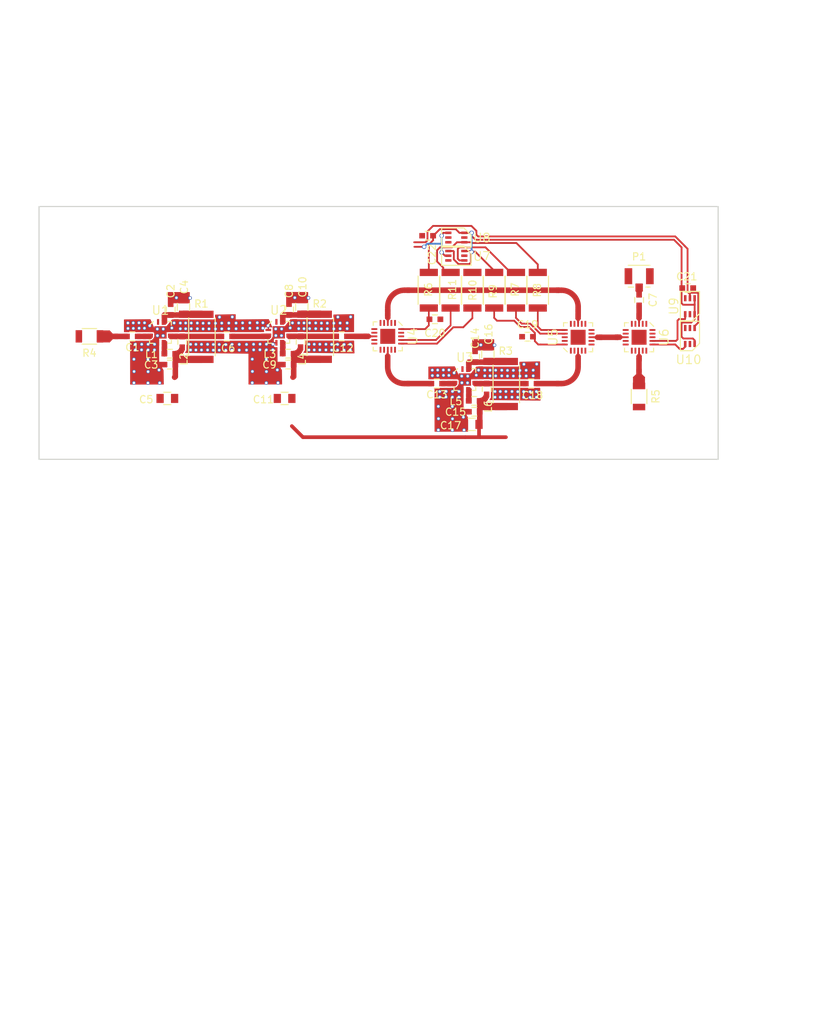
<source format=kicad_pcb>
(kicad_pcb (version 4) (host pcbnew 4.0.3-stable)
  (layers (0 F.Cu signal) (31 B.Cu signal) (34 B.Paste user) (35 F.Paste user) (36 B.SilkS user) (37 F.SilkS user) (38 B.Mask user) (39 F.Mask user hide) (44 Edge.Cuts user))
  (net 0 "")
  (net 1 "Net-(C1-Pad1)")
  (net 2 "Net-(C1-Pad2)")
  (net 3 "Net-(C2-Pad1)")
  (net 4 GND)
  (net 5 +5V)
  (net 6 "Net-(C6-Pad1)")
  (net 7 "Net-(C6-Pad2)")
  (net 8 "Net-(L1-Pad2)")
  (net 9 "Net-(U1-Pad1)")
  (net 10 "Net-(C7-Pad1)")
  (net 11 "Net-(C7-Pad2)")
  (net 12 "Net-(C10-Pad1)")
  (net 13 "Net-(C12-Pad1)")
  (net 14 "Net-(C12-Pad2)")
  (net 15 "Net-(C13-Pad1)")
  (net 16 "Net-(C13-Pad2)")
  (net 17 "Net-(C14-Pad1)")
  (net 18 "Net-(C18-Pad1)")
  (net 19 "Net-(C18-Pad2)")
  (net 20 "Net-(L3-Pad2)")
  (net 21 "Net-(L5-Pad2)")
  (net 22 "Net-(U2-Pad1)")
  (net 23 "Net-(U3-Pad1)")
  (net 24 "Net-(U4-Pad3)")
  (net 25 "Net-(R5-Pad1)")
  (net 26 "Net-(U5-Pad8)")
  (net 27 "Net-(U6-Pad18)")
  (net 28 "Net-(U6-Pad19)")
  (net 29 "Net-(U6-Pad20)")
  (net 30 TVDD)
  (net 31 +3V3)
  (net 32 TCTRL1)
  (net 33 CTRL1)
  (net 34 TCTRL2)
  (net 35 CTRL2)
  (net 36 ShuntCTRL2)
  (net 37 ShuntCTRL1)
  (net 38 ShuntSel)
  (net 39 SolarSel)
  (net 40 "Net-(U7-Pad5)")
  (net 41 "Net-(U8-Pad5)")
  (net 42 "Net-(U9-Pad5)")
  (net 43 "Net-(U10-Pad5)")
  (module DigitalLogic:TI_DCK (layer F.Cu) (at 143.8 60.15 270)
    (fp_text reference U8 (at 0.048 -3.52 360) (layer F.SilkS) (effects (font (size 1.2 1.2))))
    (fp_text value SN74AUP1T86_Schmitt_XOR)
    (pad 6 smd rect (at -0.65 -1.1 270) (size 0.35 0.85) (layers F.Cu F.Paste F.Mask) (net 31 +3V3))
    (pad 1 smd rect (at -0.65 1.1 270) (size 0.35 0.85) (layers F.Cu F.Paste F.Mask) (net 39 SolarSel))
    (pad 5 smd rect (at 0 -1.1 270) (size 0.35 0.85) (layers F.Cu F.Paste F.Mask) (net 41 "Net-(U8-Pad5)"))
    (pad 2 smd rect (at 0 1.1 270) (size 0.35 0.85) (layers F.Cu F.Paste F.Mask) (net 4 GND))
    (pad 4 smd rect (at 0.65 -1.1 270) (size 0.35 0.85) (layers F.Cu F.Paste F.Mask) (net 35 CTRL2))
    (pad 3 smd rect (at 0.65 1.1 270) (size 0.35 0.85) (layers F.Cu F.Paste F.Mask) (net 4 GND))
  )
  (module Minicircuits:30mil-30mil_90_Arc (layer F.Cu) (at 136.636 77.964 180)
    (fp_text reference "" (at 0.36 -3.26 180) (layer F.SilkS))
    (fp_text value "")
    (fp_arc (start 0 0) (end 0 -2.286) (angle 90) (layer F.Cu) (width 0.762))
    (pad 1 smd rect (at -0.381 -2.286 270) (size 0.762 0.762) (layers F.Cu) (net 16 "Net-(C13-Pad2)"))
    (pad 2 smd rect (at 2.286 0.381 270) (size 0.762 0.762) (layers F.Cu) (net 16 "Net-(C13-Pad2)"))
  )
  (module Minicircuits:30mil-30mil_90_Arc (layer F.Cu) (at 136.646 69.686 90)
    (fp_text reference "" (at 0.36 -3.26 90) (layer F.SilkS))
    (fp_text value "")
    (fp_arc (start 0 0) (end 0 -2.286) (angle 90) (layer F.Cu) (width 0.762))
    (pad 1 smd rect (at -0.381 -2.286 180) (size 0.762 0.762) (layers F.Cu) (net 24 "Net-(U4-Pad3)"))
    (pad 2 smd rect (at 2.286 0.381 180) (size 0.762 0.762) (layers F.Cu) (net 24 "Net-(U4-Pad3)"))
  )
  (module Minicircuits:30mil-30mil_90_Arc (layer F.Cu) (at 158.281 69.689)
    (fp_text reference "" (at 0.36 -3.26) (layer F.SilkS))
    (fp_text value "")
    (fp_arc (start 0 0) (end 0 -2.286) (angle 90) (layer F.Cu) (width 0.762))
    (pad 1 smd rect (at -0.381 -2.286 90) (size 0.762 0.762) (layers F.Cu) (net 24 "Net-(U4-Pad3)"))
    (pad 2 smd rect (at 2.286 0.381 90) (size 0.762 0.762) (layers F.Cu) (net 24 "Net-(U4-Pad3)"))
  )
  (module Minicircuits:30mil-30mil_90_Arc (layer F.Cu) (at 158.274 77.964 270)
    (fp_text reference "" (at 0.36 -3.26 270) (layer F.SilkS))
    (fp_text value "")
    (fp_arc (start 0 0) (end 0 -2.286) (angle 90) (layer F.Cu) (width 0.762))
    (pad 1 smd rect (at -0.381 -2.286) (size 0.762 0.762) (layers F.Cu) (net 18 "Net-(C18-Pad1)"))
    (pad 2 smd rect (at 2.286 0.381) (size 0.762 0.762) (layers F.Cu) (net 18 "Net-(C18-Pad1)"))
  )
  (module DigitalLogic:Via (layer F.Cu) (at 113.48 72.7)
    (fp_text reference "" hide)
    (fp_text value "" hide)
    (pad 1 thru_hole circle (at 0 0) (size 0.5 0.5) (drill 0.33) (layers *.Cu) (net 4 GND))
  )
  (module DigitalLogic:Via (layer F.Cu) (at 113.48 71.92)
    (fp_text reference "" hide)
    (fp_text value "" hide)
    (pad 1 thru_hole circle (at 0 0) (size 0.5 0.5) (drill 0.33) (layers *.Cu) (net 4 GND))
  )
  (module DigitalLogic:Via (layer F.Cu) (at 114.92 75.64)
    (fp_text reference "" hide)
    (fp_text value "" hide)
    (pad 1 thru_hole circle (at 0 0) (size 0.5 0.5) (drill 0.33) (layers *.Cu) (net 4 GND))
  )
  (module DigitalLogic:Via (layer F.Cu) (at 114.92 74.86)
    (fp_text reference "" hide)
    (fp_text value "" hide)
    (pad 1 thru_hole circle (at 0 0) (size 0.5 0.5) (drill 0.33) (layers *.Cu) (net 4 GND))
  )
  (module DigitalLogic:Via (layer F.Cu) (at 113.92 75.64)
    (fp_text reference "" hide)
    (fp_text value "" hide)
    (pad 1 thru_hole circle (at 0 0) (size 0.5 0.5) (drill 0.33) (layers *.Cu) (net 4 GND))
  )
  (module DigitalLogic:Via (layer F.Cu) (at 113.92 74.86)
    (fp_text reference "" hide)
    (fp_text value "" hide)
    (pad 1 thru_hole circle (at 0 0) (size 0.5 0.5) (drill 0.33) (layers *.Cu) (net 4 GND))
  )
  (module Minicircuits:65mil-30mil (layer F.Cu) (at 96.45 73.76 180)
    (fp_text reference "" (at 0.5 -1.6 180) (layer F.SilkS))
    (fp_text value "")
    (fp_line (start -0.34 0) (end 0.58 0) (layer F.Cu) (width 0.5))
    (fp_line (start 0.4 0.76) (end -0.14 0.18) (layer F.Cu) (width 0.15))
    (fp_line (start -0.16 -0.17) (end 0.4 -0.76) (layer F.Cu) (width 0.15))
    (fp_line (start 0.18 -0.24) (end 0.47 -0.52) (layer F.Cu) (width 0.5))
    (fp_line (start 0.44 0.46) (end 0.16 0.17) (layer F.Cu) (width 0.5))
    (pad 1 smd rect (at -0.4 0 270) (size 0.762 0.762) (layers F.Cu) (net 2 "Net-(C1-Pad2)"))
    (pad 2 smd rect (at 1.2 0 270) (size 1.65 1.65) (layers F.Cu) (net 2 "Net-(C1-Pad2)"))
  )
  (module Minicircuits:10mil-30mil (layer F.Cu) (at 168.95 71.55 270)
    (fp_text reference "" hide)
    (fp_text value "" hide)
    (fp_line (start -0.34 0) (end 0.01 0) (layer F.Cu) (width 0.254))
    (fp_line (start 0.04 0.06) (end -0.24 0.31) (layer F.Cu) (width 0.15))
    (fp_line (start -0.24 -0.31) (end 0.06 -0.05) (layer F.Cu) (width 0.15))
    (fp_line (start -0.21 0.17) (end -0.21 -0.15) (layer F.Cu) (width 0.254))
    (pad 1 smd rect (at -0.6 0) (size 0.762 0.762) (layers F.Cu) (net 11 "Net-(C7-Pad2)"))
    (pad 2 smd rect (at 0.2 0) (size 0.254 0.254) (layers F.Cu) (net 11 "Net-(C7-Pad2)"))
  )
  (module Minicircuits:10mil-30mil (layer F.Cu) (at 166.61 73.87)
    (fp_text reference "" hide)
    (fp_text value "" hide)
    (fp_line (start -0.34 0) (end 0.01 0) (layer F.Cu) (width 0.254))
    (fp_line (start 0.04 0.06) (end -0.24 0.31) (layer F.Cu) (width 0.15))
    (fp_line (start -0.24 -0.31) (end 0.06 -0.05) (layer F.Cu) (width 0.15))
    (fp_line (start -0.21 0.17) (end -0.21 -0.15) (layer F.Cu) (width 0.254))
    (pad 1 smd rect (at -0.6 0 90) (size 0.762 0.762) (layers F.Cu) (net 26 "Net-(U5-Pad8)"))
    (pad 2 smd rect (at 0.2 0 90) (size 0.254 0.254) (layers F.Cu) (net 26 "Net-(U5-Pad8)"))
  )
  (module Minicircuits:10mil-30mil (layer F.Cu) (at 168.95 76.21 90)
    (fp_text reference "" hide)
    (fp_text value "" hide)
    (fp_line (start -0.34 0) (end 0.01 0) (layer F.Cu) (width 0.254))
    (fp_line (start 0.04 0.06) (end -0.24 0.31) (layer F.Cu) (width 0.15))
    (fp_line (start -0.24 -0.31) (end 0.06 -0.05) (layer F.Cu) (width 0.15))
    (fp_line (start -0.21 0.17) (end -0.21 -0.15) (layer F.Cu) (width 0.254))
    (pad 1 smd rect (at -0.6 0 180) (size 0.762 0.762) (layers F.Cu) (net 25 "Net-(R5-Pad1)"))
    (pad 2 smd rect (at 0.2 0 180) (size 0.254 0.254) (layers F.Cu) (net 25 "Net-(R5-Pad1)"))
  )
  (module Minicircuits:10mil-30mil (layer F.Cu) (at 162.9 73.88 180)
    (fp_text reference "" hide)
    (fp_text value "" hide)
    (fp_line (start -0.34 0) (end 0.01 0) (layer F.Cu) (width 0.254))
    (fp_line (start 0.04 0.06) (end -0.24 0.31) (layer F.Cu) (width 0.15))
    (fp_line (start -0.24 -0.31) (end 0.06 -0.05) (layer F.Cu) (width 0.15))
    (fp_line (start -0.21 0.17) (end -0.21 -0.15) (layer F.Cu) (width 0.254))
    (pad 1 smd rect (at -0.6 0 270) (size 0.762 0.762) (layers F.Cu) (net 26 "Net-(U5-Pad8)"))
    (pad 2 smd rect (at 0.2 0 270) (size 0.254 0.254) (layers F.Cu) (net 26 "Net-(U5-Pad8)"))
  )
  (module Minicircuits:10mil-30mil (layer F.Cu) (at 160.56 71.57 270)
    (fp_text reference "" hide)
    (fp_text value "" hide)
    (fp_line (start -0.34 0) (end 0.01 0) (layer F.Cu) (width 0.254))
    (fp_line (start 0.04 0.06) (end -0.24 0.31) (layer F.Cu) (width 0.15))
    (fp_line (start -0.24 -0.31) (end 0.06 -0.05) (layer F.Cu) (width 0.15))
    (fp_line (start -0.21 0.17) (end -0.21 -0.15) (layer F.Cu) (width 0.254))
    (pad 1 smd rect (at -0.6 0) (size 0.762 0.762) (layers F.Cu) (net 24 "Net-(U4-Pad3)"))
    (pad 2 smd rect (at 0.2 0) (size 0.254 0.254) (layers F.Cu) (net 24 "Net-(U4-Pad3)"))
  )
  (module Minicircuits:10mil-30mil (layer F.Cu) (at 160.56 76.2 90)
    (fp_text reference "" hide)
    (fp_text value "" hide)
    (fp_line (start -0.34 0) (end 0.01 0) (layer F.Cu) (width 0.254))
    (fp_line (start 0.04 0.06) (end -0.24 0.31) (layer F.Cu) (width 0.15))
    (fp_line (start -0.24 -0.31) (end 0.06 -0.05) (layer F.Cu) (width 0.15))
    (fp_line (start -0.21 0.17) (end -0.21 -0.15) (layer F.Cu) (width 0.254))
    (pad 1 smd rect (at -0.6 0 180) (size 0.762 0.762) (layers F.Cu) (net 18 "Net-(C18-Pad1)"))
    (pad 2 smd rect (at 0.2 0 180) (size 0.254 0.254) (layers F.Cu) (net 18 "Net-(C18-Pad1)"))
  )
  (module Minicircuits:10mil-30mil (layer F.Cu) (at 134.36 71.5 270)
    (fp_text reference "" hide)
    (fp_text value "" hide)
    (fp_line (start -0.34 0) (end 0.01 0) (layer F.Cu) (width 0.254))
    (fp_line (start 0.04 0.06) (end -0.24 0.31) (layer F.Cu) (width 0.15))
    (fp_line (start -0.24 -0.31) (end 0.06 -0.05) (layer F.Cu) (width 0.15))
    (fp_line (start -0.21 0.17) (end -0.21 -0.15) (layer F.Cu) (width 0.254))
    (pad 1 smd rect (at -0.6 0) (size 0.762 0.762) (layers F.Cu) (net 24 "Net-(U4-Pad3)"))
    (pad 2 smd rect (at 0.2 0) (size 0.254 0.254) (layers F.Cu) (net 24 "Net-(U4-Pad3)"))
  )
  (module Minicircuits:10mil-30mil (layer F.Cu) (at 134.35 76.15 90)
    (fp_text reference "" hide)
    (fp_text value "" hide)
    (fp_line (start -0.34 0) (end 0.01 0) (layer F.Cu) (width 0.254))
    (fp_line (start 0.04 0.06) (end -0.24 0.31) (layer F.Cu) (width 0.15))
    (fp_line (start -0.24 -0.31) (end 0.06 -0.05) (layer F.Cu) (width 0.15))
    (fp_line (start -0.21 0.17) (end -0.21 -0.15) (layer F.Cu) (width 0.254))
    (pad 1 smd rect (at -0.6 0 180) (size 0.762 0.762) (layers F.Cu) (net 16 "Net-(C13-Pad2)"))
    (pad 2 smd rect (at 0.2 0 180) (size 0.254 0.254) (layers F.Cu) (net 16 "Net-(C13-Pad2)"))
  )
  (module DigitalLogic:Via (layer F.Cu) (at 141.24 79.14)
    (fp_text reference "" hide)
    (fp_text value "" hide)
    (pad 1 thru_hole circle (at 0 0) (size 0.5 0.5) (drill 0.33) (layers *.Cu) (net 4 GND))
  )
  (module DigitalLogic:Via (layer F.Cu) (at 141.23 78.39)
    (fp_text reference "" hide)
    (fp_text value "" hide)
    (pad 1 thru_hole circle (at 0 0) (size 0.5 0.5) (drill 0.33) (layers *.Cu) (net 4 GND))
  )
  (module DigitalLogic:Via (layer F.Cu) (at 140.5 79.15)
    (fp_text reference "" hide)
    (fp_text value "" hide)
    (pad 1 thru_hole circle (at 0 0) (size 0.5 0.5) (drill 0.33) (layers *.Cu) (net 4 GND))
  )
  (module DigitalLogic:Via (layer F.Cu) (at 140.49 78.4)
    (fp_text reference "" hide)
    (fp_text value "" hide)
    (pad 1 thru_hole circle (at 0 0) (size 0.5 0.5) (drill 0.33) (layers *.Cu) (net 4 GND))
  )
  (module Capacitors_SMD:C_0603 (layer F.Cu) (at 141.1 80.25 180)
    (fp_text reference C13 (at -0.01 -1.52 180) (layer F.SilkS))
    (fp_text value 100pF)
    (pad 1 smd rect (at -0.75 0 180) (size 0.8 0.75) (layers F.Cu F.Paste F.Mask) (net 15 "Net-(C13-Pad1)"))
    (pad 2 smd rect (at 0.75 0 180) (size 0.8 0.75) (layers F.Cu F.Paste F.Mask) (net 16 "Net-(C13-Pad2)"))
  )
  (module DigitalLogic:Via (layer F.Cu) (at 144.16 81.33)
    (fp_text reference "" hide)
    (fp_text value "" hide)
    (pad 1 thru_hole circle (at 0 0) (size 0.5 0.5) (drill 0.33) (layers *.Cu) (net 4 GND))
  )
  (module DigitalLogic:Via (layer F.Cu) (at 144.56 80.14)
    (fp_text reference "" hide)
    (fp_text value "" hide)
    (pad 1 thru_hole circle (at 0 0) (size 0.5 0.5) (drill 0.33) (layers *.Cu) (net 4 GND))
  )
  (module DigitalLogic:Via (layer F.Cu) (at 145.34 80.15)
    (fp_text reference "" hide)
    (fp_text value "" hide)
    (pad 1 thru_hole circle (at 0 0) (size 0.5 0.5) (drill 0.33) (layers *.Cu) (net 4 GND))
  )
  (module DigitalLogic:Via (layer F.Cu) (at 145.36 79.23)
    (fp_text reference "" hide)
    (fp_text value "" hide)
    (pad 1 thru_hole circle (at 0 0) (size 0.5 0.5) (drill 0.33) (layers *.Cu) (net 4 GND))
  )
  (module Minicircuits:10mil-30mil_Left_Taper (layer F.Cu) (at 143.55 80.25)
    (fp_text reference "" hide)
    (fp_text value "" hide)
    (fp_line (start -0.04 -0.21) (end -0.04 0.16) (layer F.Cu) (width 0.254))
    (fp_line (start 0.3 0.1) (end 0.1 0.31) (layer F.Cu) (width 0.15))
    (fp_line (start -0.24 -0.31) (end 0.11 -0.31) (layer F.Cu) (width 0.15))
    (fp_line (start -0.21 0.17) (end -0.21 -0.2) (layer F.Cu) (width 0.254))
    (fp_line (start 0.12 -0.23) (end 0.12 0.13) (layer F.Cu) (width 0.254))
    (fp_line (start 0.1 0.31) (end -0.27 0.31) (layer F.Cu) (width 0.15))
    (fp_line (start 0.3 -0.22) (end 0.3 0.1) (layer F.Cu) (width 0.15))
    (pad 1 smd rect (at -0.6 0 90) (size 0.762 0.762) (layers F.Cu) (net 1 "Net-(C1-Pad1)"))
    (pad 2 smd rect (at 0.25 -0.25 90) (size 0.254 0.254) (layers F.Cu) (net 1 "Net-(C1-Pad1)"))
  )
  (module DigitalLogic:Via (layer F.Cu) (at 143.25 86.66)
    (fp_text reference "" hide)
    (fp_text value "" hide)
    (pad 1 thru_hole circle (at 0 0) (size 0.5 0.5) (drill 0.33) (layers *.Cu) (net 4 GND))
  )
  (module DigitalLogic:Via (layer F.Cu) (at 141.32 83.39)
    (fp_text reference "" hide)
    (fp_text value "" hide)
    (pad 1 thru_hole circle (at 0 0) (size 0.5 0.5) (drill 0.33) (layers *.Cu) (net 4 GND))
  )
  (module DigitalLogic:Via (layer F.Cu) (at 141.34 85.08)
    (fp_text reference "" hide)
    (fp_text value "" hide)
    (pad 1 thru_hole circle (at 0 0) (size 0.5 0.5) (drill 0.33) (layers *.Cu) (net 4 GND))
  )
  (module DigitalLogic:Via (layer F.Cu) (at 141.32 86.64)
    (fp_text reference "" hide)
    (fp_text value "" hide)
    (pad 1 thru_hole circle (at 0 0) (size 0.5 0.5) (drill 0.33) (layers *.Cu) (net 4 GND))
  )
  (module DigitalLogic:Via (layer F.Cu) (at 143.25 83.41)
    (fp_text reference "" hide)
    (fp_text value "" hide)
    (pad 1 thru_hole circle (at 0 0) (size 0.5 0.5) (drill 0.33) (layers *.Cu) (net 4 GND))
  )
  (module DigitalLogic:Via (layer F.Cu) (at 143.27 85.1)
    (fp_text reference "" hide)
    (fp_text value "" hide)
    (pad 1 thru_hole circle (at 0 0) (size 0.5 0.5) (drill 0.33) (layers *.Cu) (net 4 GND))
  )
  (module DigitalLogic:Via (layer F.Cu) (at 144.86 86.65)
    (fp_text reference "" hide)
    (fp_text value "" hide)
    (pad 1 thru_hole circle (at 0 0) (size 0.5 0.5) (drill 0.33) (layers *.Cu) (net 4 GND))
  )
  (module Capacitors_SMD:C_0603 (layer F.Cu) (at 146.26 82.63 180)
    (fp_text reference L5 (at 2.53 -0.08 180) (layer F.SilkS))
    (fp_text value 36nH)
    (pad 1 smd rect (at -0.75 0 180) (size 0.8 0.75) (layers F.Cu F.Paste F.Mask) (net 5 +5V))
    (pad 2 smd rect (at 0.75 0 180) (size 0.8 0.75) (layers F.Cu F.Paste F.Mask) (net 21 "Net-(L5-Pad2)"))
  )
  (module Capacitors_SMD:C_0603 (layer F.Cu) (at 146.27 84.13 180)
    (fp_text reference C15 (at 2.58 -0.03 180) (layer F.SilkS))
    (fp_text value 100pF)
    (pad 1 smd rect (at -0.75 0 180) (size 0.8 0.75) (layers F.Cu F.Paste F.Mask) (net 5 +5V))
    (pad 2 smd rect (at 0.75 0 180) (size 0.8 0.75) (layers F.Cu F.Paste F.Mask) (net 4 GND))
  )
  (module Capacitors_SMD:C_0805 (layer F.Cu) (at 145.92 85.87 180)
    (fp_text reference C17 (at 2.91 -0.15 180) (layer F.SilkS))
    (fp_text value 1uF)
    (pad 1 smd rect (at -1 0 180) (size 1 1.25) (layers F.Cu F.Paste F.Mask) (net 5 +5V))
    (pad 2 smd rect (at 1 0 180) (size 1 1.25) (layers F.Cu F.Paste F.Mask) (net 4 GND))
  )
  (module DigitalLogic:Via (layer F.Cu) (at 144.15 82.11)
    (fp_text reference "" hide)
    (fp_text value "" hide)
    (pad 1 thru_hole circle (at 0 0) (size 0.5 0.5) (drill 0.33) (layers *.Cu) (net 4 GND))
  )
  (module DigitalLogic:Via (layer F.Cu) (at 144.77 84.87)
    (fp_text reference "" hide)
    (fp_text value "" hide)
    (pad 1 thru_hole circle (at 0 0) (size 0.5 0.5) (drill 0.33) (layers *.Cu) (net 4 GND))
  )
  (module DigitalLogic:Via (layer F.Cu) (at 142.37 82.1)
    (fp_text reference "" hide)
    (fp_text value "" hide)
    (pad 1 thru_hole circle (at 0 0) (size 0.5 0.5) (drill 0.33) (layers *.Cu) (net 4 GND))
  )
  (module DigitalLogic:Via (layer F.Cu) (at 141.51 82.11)
    (fp_text reference "" hide)
    (fp_text value "" hide)
    (pad 1 thru_hole circle (at 0 0) (size 0.5 0.5) (drill 0.33) (layers *.Cu) (net 4 GND))
  )
  (module DigitalLogic:Via (layer F.Cu) (at 141.5 81.34)
    (fp_text reference "" hide)
    (fp_text value "" hide)
    (pad 1 thru_hole circle (at 0 0) (size 0.5 0.5) (drill 0.33) (layers *.Cu) (net 4 GND))
  )
  (module DigitalLogic:Via (layer F.Cu) (at 142.39 81.33)
    (fp_text reference "" hide)
    (fp_text value "" hide)
    (pad 1 thru_hole circle (at 0 0) (size 0.5 0.5) (drill 0.33) (layers *.Cu) (net 4 GND))
  )
  (module DigitalLogic:Via (layer F.Cu) (at 147.71 79.19)
    (fp_text reference "" hide)
    (fp_text value "" hide)
    (pad 1 thru_hole circle (at 0 0) (size 0.5 0.5) (drill 0.33) (layers *.Cu) (net 4 GND))
  )
  (module Capacitors_SMD:C_0603 (layer F.Cu) (at 147.97 81 90)
    (fp_text reference L6 (at -2.38 0.21 90) (layer F.SilkS))
    (fp_text value 47nH)
    (pad 1 smd rect (at -0.75 0 90) (size 0.8 0.75) (layers F.Cu F.Paste F.Mask) (net 5 +5V))
    (pad 2 smd rect (at 0.75 0 90) (size 0.8 0.75) (layers F.Cu F.Paste F.Mask) (net 19 "Net-(C18-Pad2)"))
  )
  (module Minicircuits:10mil-30mil_Left_Taper (layer F.Cu) (at 145.52 81.11 90)
    (fp_text reference "" hide)
    (fp_text value "" hide)
    (fp_line (start -0.04 -0.21) (end -0.04 0.16) (layer F.Cu) (width 0.254))
    (fp_line (start 0.3 0.1) (end 0.1 0.31) (layer F.Cu) (width 0.15))
    (fp_line (start -0.24 -0.31) (end 0.11 -0.31) (layer F.Cu) (width 0.15))
    (fp_line (start -0.21 0.17) (end -0.21 -0.2) (layer F.Cu) (width 0.254))
    (fp_line (start 0.12 -0.23) (end 0.12 0.13) (layer F.Cu) (width 0.254))
    (fp_line (start 0.1 0.31) (end -0.27 0.31) (layer F.Cu) (width 0.15))
    (fp_line (start 0.3 -0.22) (end 0.3 0.1) (layer F.Cu) (width 0.15))
    (pad 1 smd rect (at -0.6 0 180) (size 0.762 0.762) (layers F.Cu) (net 8 "Net-(L1-Pad2)"))
    (pad 2 smd rect (at 0.25 -0.25 180) (size 0.254 0.254) (layers F.Cu) (net 8 "Net-(L1-Pad2)"))
  )
  (module DigitalLogic:Via (layer F.Cu) (at 148.44 79.19)
    (fp_text reference "" hide)
    (fp_text value "" hide)
    (pad 1 thru_hole circle (at 0 0) (size 0.5 0.5) (drill 0.33) (layers *.Cu) (net 4 GND))
  )
  (module Minicircuits:10mil-30mil_Right_Taper (layer F.Cu) (at 146.39 80.25 180)
    (fp_text reference "" hide)
    (fp_text value "" hide)
    (fp_line (start -0.04 -0.21) (end -0.04 0.16) (layer F.Cu) (width 0.254))
    (fp_line (start 0.09 -0.31) (end 0.3 -0.11) (layer F.Cu) (width 0.15))
    (fp_line (start -0.24 -0.31) (end 0.09 -0.31) (layer F.Cu) (width 0.15))
    (fp_line (start -0.21 0.17) (end -0.21 -0.2) (layer F.Cu) (width 0.254))
    (fp_line (start 0.12 -0.19) (end 0.12 0.13) (layer F.Cu) (width 0.254))
    (fp_line (start 0.1 0.31) (end -0.27 0.31) (layer F.Cu) (width 0.15))
    (fp_line (start 0.3 -0.11) (end 0.3 0.14) (layer F.Cu) (width 0.15))
    (pad 1 smd rect (at -0.6 0 270) (size 0.762 0.762) (layers F.Cu) (net 7 "Net-(C6-Pad2)"))
    (pad 2 smd rect (at 0.25 0.25 270) (size 0.254 0.254) (layers F.Cu) (net 7 "Net-(C6-Pad2)"))
  )
  (module DigitalLogic:Via (layer F.Cu) (at 142.77 79.12)
    (fp_text reference "" hide)
    (fp_text value "" hide)
    (pad 1 thru_hole circle (at 0 0) (size 0.5 0.5) (drill 0.33) (layers *.Cu) (net 4 GND))
  )
  (module DigitalLogic:Via (layer F.Cu) (at 144.54 79.23)
    (fp_text reference "" hide)
    (fp_text value "" hide)
    (pad 1 thru_hole circle (at 0 0) (size 0.5 0.5) (drill 0.33) (layers *.Cu) (net 4 GND))
  )
  (module DigitalLogic:Via (layer F.Cu) (at 143.49 78.78)
    (fp_text reference "" hide)
    (fp_text value "" hide)
    (pad 1 thru_hole circle (at 0 0) (size 0.5 0.5) (drill 0.33) (layers *.Cu) (net 4 GND))
  )
  (module DigitalLogic:Via (layer F.Cu) (at 142.78 78.38)
    (fp_text reference "" hide)
    (fp_text value "" hide)
    (pad 1 thru_hole circle (at 0 0) (size 0.5 0.5) (drill 0.33) (layers *.Cu) (net 4 GND))
  )
  (module Minicircuits:10mil-30mil_Right_Taper (layer F.Cu) (at 145.52 78.28 270)
    (fp_text reference "" hide)
    (fp_text value "" hide)
    (fp_line (start -0.04 -0.21) (end -0.04 0.16) (layer F.Cu) (width 0.254))
    (fp_line (start 0.09 -0.31) (end 0.3 -0.11) (layer F.Cu) (width 0.15))
    (fp_line (start -0.24 -0.31) (end 0.09 -0.31) (layer F.Cu) (width 0.15))
    (fp_line (start -0.21 0.17) (end -0.21 -0.2) (layer F.Cu) (width 0.254))
    (fp_line (start 0.12 -0.19) (end 0.12 0.13) (layer F.Cu) (width 0.254))
    (fp_line (start 0.1 0.31) (end -0.27 0.31) (layer F.Cu) (width 0.15))
    (fp_line (start 0.3 -0.11) (end 0.3 0.14) (layer F.Cu) (width 0.15))
    (pad 1 smd rect (at -0.6 0) (size 0.762 0.762) (layers F.Cu) (net 3 "Net-(C2-Pad1)"))
    (pad 2 smd rect (at 0.25 0.25) (size 0.254 0.254) (layers F.Cu) (net 3 "Net-(C2-Pad1)"))
  )
  (module DigitalLogic:Via (layer F.Cu) (at 146.54 79.09)
    (fp_text reference "" hide)
    (fp_text value "" hide)
    (pad 1 thru_hole circle (at 0 0) (size 0.5 0.5) (drill 0.33) (layers *.Cu) (net 4 GND))
  )
  (module DigitalLogic:Via (layer F.Cu) (at 142.01 78.38)
    (fp_text reference "" hide)
    (fp_text value "" hide)
    (pad 1 thru_hole circle (at 0 0) (size 0.5 0.5) (drill 0.33) (layers *.Cu) (net 4 GND))
  )
  (module DigitalLogic:Via (layer F.Cu) (at 143.26 82.11)
    (fp_text reference "" hide)
    (fp_text value "" hide)
    (pad 1 thru_hole circle (at 0 0) (size 0.5 0.5) (drill 0.33) (layers *.Cu) (net 4 GND))
  )
  (module DigitalLogic:Via (layer F.Cu) (at 142.03 79.12)
    (fp_text reference "" hide)
    (fp_text value "" hide)
    (pad 1 thru_hole circle (at 0 0) (size 0.5 0.5) (drill 0.33) (layers *.Cu) (net 4 GND))
  )
  (module DigitalLogic:Via (layer F.Cu) (at 143.27 81.33)
    (fp_text reference "" hide)
    (fp_text value "" hide)
    (pad 1 thru_hole circle (at 0 0) (size 0.5 0.5) (drill 0.33) (layers *.Cu) (net 4 GND))
  )
  (module DigitalLogic:Via (layer F.Cu) (at 149.04 74.96)
    (fp_text reference "" hide)
    (fp_text value "" hide)
    (pad 1 thru_hole circle (at 0 0) (size 0.5 0.5) (drill 0.33) (layers *.Cu) (net 4 GND))
  )
  (module Capacitors_SMD:C_0805 (layer F.Cu) (at 148.14 76.2 90)
    (fp_text reference C16 (at 2.75 0.11 90) (layer F.SilkS))
    (fp_text value 1uF)
    (pad 1 smd rect (at -1 0 90) (size 1 1.25) (layers F.Cu F.Paste F.Mask) (net 17 "Net-(C14-Pad1)"))
    (pad 2 smd rect (at 1 0 90) (size 1 1.25) (layers F.Cu F.Paste F.Mask) (net 4 GND))
  )
  (module DigitalLogic:Via (layer F.Cu) (at 146.85 78.4)
    (fp_text reference "" hide)
    (fp_text value "" hide)
    (pad 1 thru_hole circle (at 0 0) (size 0.5 0.5) (drill 0.33) (layers *.Cu) (net 4 GND))
  )
  (module Capacitors_SMD:C_0603 (layer F.Cu) (at 146.39 76.55 90)
    (fp_text reference C14 (at 2.54 0 90) (layer F.SilkS))
    (fp_text value 100pF)
    (pad 1 smd rect (at -0.75 0 90) (size 0.8 0.75) (layers F.Cu F.Paste F.Mask) (net 17 "Net-(C14-Pad1)"))
    (pad 2 smd rect (at 0.75 0 90) (size 0.8 0.75) (layers F.Cu F.Paste F.Mask) (net 4 GND))
  )
  (module DigitalLogic:Via (layer F.Cu) (at 147.17 74.93)
    (fp_text reference "" hide)
    (fp_text value "" hide)
    (pad 1 thru_hole circle (at 0 0) (size 0.5 0.5) (drill 0.33) (layers *.Cu) (net 4 GND))
  )
  (module DigitalLogic:Via (layer F.Cu) (at 147.71 78.41)
    (fp_text reference "" hide)
    (fp_text value "" hide)
    (pad 1 thru_hole circle (at 0 0) (size 0.5 0.5) (drill 0.33) (layers *.Cu) (net 4 GND))
  )
  (module DigitalLogic:Via (layer F.Cu) (at 148.44 78.41)
    (fp_text reference "" hide)
    (fp_text value "" hide)
    (pad 1 thru_hole circle (at 0 0) (size 0.5 0.5) (drill 0.33) (layers *.Cu) (net 4 GND))
  )
  (module DigitalLogic:Via (layer F.Cu) (at 150.84 79.21)
    (fp_text reference "" hide)
    (fp_text value "" hide)
    (pad 1 thru_hole circle (at 0 0) (size 0.5 0.5) (drill 0.33) (layers *.Cu) (net 4 GND))
  )
  (module DigitalLogic:Via (layer F.Cu) (at 150.05 79.19)
    (fp_text reference "" hide)
    (fp_text value "" hide)
    (pad 1 thru_hole circle (at 0 0) (size 0.5 0.5) (drill 0.33) (layers *.Cu) (net 4 GND))
  )
  (module DigitalLogic:Via (layer F.Cu) (at 149.21 79.19)
    (fp_text reference "" hide)
    (fp_text value "" hide)
    (pad 1 thru_hole circle (at 0 0) (size 0.5 0.5) (drill 0.33) (layers *.Cu) (net 4 GND))
  )
  (module DigitalLogic:Via (layer F.Cu) (at 151.65 79.21)
    (fp_text reference "" hide)
    (fp_text value "" hide)
    (pad 1 thru_hole circle (at 0 0) (size 0.5 0.5) (drill 0.33) (layers *.Cu) (net 4 GND))
  )
  (module DigitalLogic:Via (layer F.Cu) (at 149.85 82.12)
    (fp_text reference "" hide)
    (fp_text value "" hide)
    (pad 1 thru_hole circle (at 0 0) (size 0.5 0.5) (drill 0.33) (layers *.Cu) (net 4 GND))
  )
  (module DigitalLogic:Via (layer F.Cu) (at 149.12 82.12)
    (fp_text reference "" hide)
    (fp_text value "" hide)
    (pad 1 thru_hole circle (at 0 0) (size 0.5 0.5) (drill 0.33) (layers *.Cu) (net 4 GND))
  )
  (module DigitalLogic:Via (layer F.Cu) (at 149.12 81.34)
    (fp_text reference "" hide)
    (fp_text value "" hide)
    (pad 1 thru_hole circle (at 0 0) (size 0.5 0.5) (drill 0.33) (layers *.Cu) (net 4 GND))
  )
  (module DigitalLogic:Via (layer F.Cu) (at 149.85 81.34)
    (fp_text reference "" hide)
    (fp_text value "" hide)
    (pad 1 thru_hole circle (at 0 0) (size 0.5 0.5) (drill 0.33) (layers *.Cu) (net 4 GND))
  )
  (module DigitalLogic:Via (layer F.Cu) (at 152.25 82.14)
    (fp_text reference "" hide)
    (fp_text value "" hide)
    (pad 1 thru_hole circle (at 0 0) (size 0.5 0.5) (drill 0.33) (layers *.Cu) (net 4 GND))
  )
  (module DigitalLogic:Via (layer F.Cu) (at 151.65 78.43)
    (fp_text reference "" hide)
    (fp_text value "" hide)
    (pad 1 thru_hole circle (at 0 0) (size 0.5 0.5) (drill 0.33) (layers *.Cu) (net 4 GND))
  )
  (module DigitalLogic:Via (layer F.Cu) (at 150.84 78.43)
    (fp_text reference "" hide)
    (fp_text value "" hide)
    (pad 1 thru_hole circle (at 0 0) (size 0.5 0.5) (drill 0.33) (layers *.Cu) (net 4 GND))
  )
  (module Resistors_SMD:R_2512 (layer F.Cu) (at 150.68 80.31 270)
    (fp_text reference R3 (at -4.54 0.08 360) (layer F.SilkS))
    (fp_text value 0R)
    (pad 1 smd rect (at -3.1 0 270) (size 1 3.2) (layers F.Cu F.Paste F.Mask) (net 17 "Net-(C14-Pad1)"))
    (pad 2 smd rect (at 3.1 0 270) (size 1 3.2) (layers F.Cu F.Paste F.Mask) (net 5 +5V))
  )
  (module DigitalLogic:Via (layer F.Cu) (at 149.21 78.41)
    (fp_text reference "" hide)
    (fp_text value "" hide)
    (pad 1 thru_hole circle (at 0 0) (size 0.5 0.5) (drill 0.33) (layers *.Cu) (net 4 GND))
  )
  (module DigitalLogic:Via (layer F.Cu) (at 152.55 79.22)
    (fp_text reference "" hide)
    (fp_text value "" hide)
    (pad 1 thru_hole circle (at 0 0) (size 0.5 0.5) (drill 0.33) (layers *.Cu) (net 4 GND))
  )
  (module DigitalLogic:Via (layer F.Cu) (at 152.55 78.44)
    (fp_text reference "" hide)
    (fp_text value "" hide)
    (pad 1 thru_hole circle (at 0 0) (size 0.5 0.5) (drill 0.33) (layers *.Cu) (net 4 GND))
  )
  (module DigitalLogic:Via (layer F.Cu) (at 150.05 78.41)
    (fp_text reference "" hide)
    (fp_text value "" hide)
    (pad 1 thru_hole circle (at 0 0) (size 0.5 0.5) (drill 0.33) (layers *.Cu) (net 4 GND))
  )
  (module DigitalLogic:Via (layer F.Cu) (at 153.06 82.14)
    (fp_text reference "" hide)
    (fp_text value "" hide)
    (pad 1 thru_hole circle (at 0 0) (size 0.5 0.5) (drill 0.33) (layers *.Cu) (net 4 GND))
  )
  (module Capacitors_SMD:C_0603 (layer F.Cu) (at 154.1 80.25 180)
    (fp_text reference C18 (at -0.19 -1.62 180) (layer F.SilkS))
    (fp_text value 100pF)
    (pad 1 smd rect (at -0.75 0 180) (size 0.8 0.75) (layers F.Cu F.Paste F.Mask) (net 18 "Net-(C18-Pad1)"))
    (pad 2 smd rect (at 0.75 0 180) (size 0.8 0.75) (layers F.Cu F.Paste F.Mask) (net 19 "Net-(C18-Pad2)"))
  )
  (module DigitalLogic:Via (layer F.Cu) (at 153.96 81.37)
    (fp_text reference "" hide)
    (fp_text value "" hide)
    (pad 1 thru_hole circle (at 0 0) (size 0.5 0.5) (drill 0.33) (layers *.Cu) (net 4 GND))
  )
  (module DigitalLogic:Via (layer F.Cu) (at 153.96 82.15)
    (fp_text reference "" hide)
    (fp_text value "" hide)
    (pad 1 thru_hole circle (at 0 0) (size 0.5 0.5) (drill 0.33) (layers *.Cu) (net 4 GND))
  )
  (module DigitalLogic:Via (layer F.Cu) (at 153.06 81.36)
    (fp_text reference "" hide)
    (fp_text value "" hide)
    (pad 1 thru_hole circle (at 0 0) (size 0.5 0.5) (drill 0.33) (layers *.Cu) (net 4 GND))
  )
  (module DigitalLogic:Via (layer F.Cu) (at 154.82 81.35)
    (fp_text reference "" hide)
    (fp_text value "" hide)
    (pad 1 thru_hole circle (at 0 0) (size 0.5 0.5) (drill 0.33) (layers *.Cu) (net 4 GND))
  )
  (module DigitalLogic:Via (layer F.Cu) (at 154.82 82.13)
    (fp_text reference "" hide)
    (fp_text value "" hide)
    (pad 1 thru_hole circle (at 0 0) (size 0.5 0.5) (drill 0.33) (layers *.Cu) (net 4 GND))
  )
  (module DigitalLogic:Via (layer F.Cu) (at 154.86 77.57)
    (fp_text reference "" hide)
    (fp_text value "" hide)
    (pad 1 thru_hole circle (at 0 0) (size 0.5 0.5) (drill 0.33) (layers *.Cu) (net 4 GND))
  )
  (module DigitalLogic:Via (layer F.Cu) (at 153.1 77.59)
    (fp_text reference "" hide)
    (fp_text value "" hide)
    (pad 1 thru_hole circle (at 0 0) (size 0.5 0.5) (drill 0.33) (layers *.Cu) (net 4 GND))
  )
  (module DigitalLogic:Via (layer F.Cu) (at 153.41 78.42)
    (fp_text reference "" hide)
    (fp_text value "" hide)
    (pad 1 thru_hole circle (at 0 0) (size 0.5 0.5) (drill 0.33) (layers *.Cu) (net 4 GND))
  )
  (module DigitalLogic:Via (layer F.Cu) (at 153.41 79.2)
    (fp_text reference "" hide)
    (fp_text value "" hide)
    (pad 1 thru_hole circle (at 0 0) (size 0.5 0.5) (drill 0.33) (layers *.Cu) (net 4 GND))
  )
  (module DigitalLogic:Via (layer F.Cu) (at 154.38 78.41)
    (fp_text reference "" hide)
    (fp_text value "" hide)
    (pad 1 thru_hole circle (at 0 0) (size 0.5 0.5) (drill 0.33) (layers *.Cu) (net 4 GND))
  )
  (module DigitalLogic:Via (layer F.Cu) (at 154.38 79.19)
    (fp_text reference "" hide)
    (fp_text value "" hide)
    (pad 1 thru_hole circle (at 0 0) (size 0.5 0.5) (drill 0.33) (layers *.Cu) (net 4 GND))
  )
  (module DigitalLogic:Via (layer F.Cu) (at 151.46 81.34)
    (fp_text reference "" hide)
    (fp_text value "" hide)
    (pad 1 thru_hole circle (at 0 0) (size 0.5 0.5) (drill 0.33) (layers *.Cu) (net 4 GND))
  )
  (module DigitalLogic:Via (layer F.Cu) (at 150.62 82.12)
    (fp_text reference "" hide)
    (fp_text value "" hide)
    (pad 1 thru_hole circle (at 0 0) (size 0.5 0.5) (drill 0.33) (layers *.Cu) (net 4 GND))
  )
  (module DigitalLogic:Via (layer F.Cu) (at 151.46 82.12)
    (fp_text reference "" hide)
    (fp_text value "" hide)
    (pad 1 thru_hole circle (at 0 0) (size 0.5 0.5) (drill 0.33) (layers *.Cu) (net 4 GND))
  )
  (module DigitalLogic:Via (layer F.Cu) (at 150.62 81.34)
    (fp_text reference "" hide)
    (fp_text value "" hide)
    (pad 1 thru_hole circle (at 0 0) (size 0.5 0.5) (drill 0.33) (layers *.Cu) (net 4 GND))
  )
  (module DigitalLogic:Via (layer F.Cu) (at 152.25 81.36)
    (fp_text reference "" hide)
    (fp_text value "" hide)
    (pad 1 thru_hole circle (at 0 0) (size 0.5 0.5) (drill 0.33) (layers *.Cu) (net 4 GND))
  )
  (module DigitalLogic:Via (layer F.Cu) (at 126.94 71.94)
    (fp_text reference "" hide)
    (fp_text value "" hide)
    (pad 1 thru_hole circle (at 0 0) (size 0.5 0.5) (drill 0.33) (layers *.Cu) (net 4 GND))
  )
  (module DigitalLogic:Via (layer F.Cu) (at 128.77 72.69)
    (fp_text reference "" hide)
    (fp_text value "" hide)
    (pad 1 thru_hole circle (at 0 0) (size 0.5 0.5) (drill 0.33) (layers *.Cu) (net 4 GND))
  )
  (module DigitalLogic:Via (layer F.Cu) (at 127.8 71.92)
    (fp_text reference "" hide)
    (fp_text value "" hide)
    (pad 1 thru_hole circle (at 0 0) (size 0.5 0.5) (drill 0.33) (layers *.Cu) (net 4 GND))
  )
  (module DigitalLogic:Via (layer F.Cu) (at 127.49 71.09)
    (fp_text reference "" hide)
    (fp_text value "" hide)
    (pad 1 thru_hole circle (at 0 0) (size 0.5 0.5) (drill 0.33) (layers *.Cu) (net 4 GND))
  )
  (module DigitalLogic:Via (layer F.Cu) (at 127.8 72.7)
    (fp_text reference "" hide)
    (fp_text value "" hide)
    (pad 1 thru_hole circle (at 0 0) (size 0.5 0.5) (drill 0.33) (layers *.Cu) (net 4 GND))
  )
  (module DigitalLogic:Via (layer F.Cu) (at 128.77 71.91)
    (fp_text reference "" hide)
    (fp_text value "" hide)
    (pad 1 thru_hole circle (at 0 0) (size 0.5 0.5) (drill 0.33) (layers *.Cu) (net 4 GND))
  )
  (module DigitalLogic:Via (layer F.Cu) (at 126.94 72.72)
    (fp_text reference "" hide)
    (fp_text value "" hide)
    (pad 1 thru_hole circle (at 0 0) (size 0.5 0.5) (drill 0.33) (layers *.Cu) (net 4 GND))
  )
  (module DigitalLogic:Via (layer F.Cu) (at 129.25 71.07)
    (fp_text reference "" hide)
    (fp_text value "" hide)
    (pad 1 thru_hole circle (at 0 0) (size 0.5 0.5) (drill 0.33) (layers *.Cu) (net 4 GND))
  )
  (module DigitalLogic:Via (layer F.Cu) (at 129.21 74.85)
    (fp_text reference "" hide)
    (fp_text value "" hide)
    (pad 1 thru_hole circle (at 0 0) (size 0.5 0.5) (drill 0.33) (layers *.Cu) (net 4 GND))
  )
  (module DigitalLogic:Via (layer F.Cu) (at 129.21 75.63)
    (fp_text reference "" hide)
    (fp_text value "" hide)
    (pad 1 thru_hole circle (at 0 0) (size 0.5 0.5) (drill 0.33) (layers *.Cu) (net 4 GND))
  )
  (module Capacitors_SMD:C_0603 (layer F.Cu) (at 128.004 73.75 180)
    (fp_text reference C12 (at -0.19 -1.62 180) (layer F.SilkS))
    (fp_text value 100pF)
    (pad 1 smd rect (at -0.75 0 180) (size 0.8 0.75) (layers F.Cu F.Paste F.Mask) (net 13 "Net-(C12-Pad1)"))
    (pad 2 smd rect (at 0.75 0 180) (size 0.8 0.75) (layers F.Cu F.Paste F.Mask) (net 14 "Net-(C12-Pad2)"))
  )
  (module DigitalLogic:Via (layer F.Cu) (at 127.45 74.86)
    (fp_text reference "" hide)
    (fp_text value "" hide)
    (pad 1 thru_hole circle (at 0 0) (size 0.5 0.5) (drill 0.33) (layers *.Cu) (net 4 GND))
  )
  (module DigitalLogic:Via (layer F.Cu) (at 128.35 75.65)
    (fp_text reference "" hide)
    (fp_text value "" hide)
    (pad 1 thru_hole circle (at 0 0) (size 0.5 0.5) (drill 0.33) (layers *.Cu) (net 4 GND))
  )
  (module DigitalLogic:Via (layer F.Cu) (at 128.35 74.87)
    (fp_text reference "" hide)
    (fp_text value "" hide)
    (pad 1 thru_hole circle (at 0 0) (size 0.5 0.5) (drill 0.33) (layers *.Cu) (net 4 GND))
  )
  (module DigitalLogic:Via (layer F.Cu) (at 127.45 75.64)
    (fp_text reference "" hide)
    (fp_text value "" hide)
    (pad 1 thru_hole circle (at 0 0) (size 0.5 0.5) (drill 0.33) (layers *.Cu) (net 4 GND))
  )
  (module DigitalLogic:Via (layer F.Cu) (at 122.1 72.69)
    (fp_text reference "" hide)
    (fp_text value "" hide)
    (pad 1 thru_hole circle (at 0 0) (size 0.5 0.5) (drill 0.33) (layers *.Cu) (net 4 GND))
  )
  (module DigitalLogic:Via (layer F.Cu) (at 122.83 72.69)
    (fp_text reference "" hide)
    (fp_text value "" hide)
    (pad 1 thru_hole circle (at 0 0) (size 0.5 0.5) (drill 0.33) (layers *.Cu) (net 4 GND))
  )
  (module DigitalLogic:Via (layer F.Cu) (at 123.6 72.69)
    (fp_text reference "" hide)
    (fp_text value "" hide)
    (pad 1 thru_hole circle (at 0 0) (size 0.5 0.5) (drill 0.33) (layers *.Cu) (net 4 GND))
  )
  (module Capacitors_SMD:C_0603 (layer F.Cu) (at 122.36 74.5 90)
    (fp_text reference L4 (at -2.38 0.21 90) (layer F.SilkS))
    (fp_text value 47nH)
    (pad 1 smd rect (at -0.75 0 90) (size 0.8 0.75) (layers F.Cu F.Paste F.Mask) (net 5 +5V))
    (pad 2 smd rect (at 0.75 0 90) (size 0.8 0.75) (layers F.Cu F.Paste F.Mask) (net 14 "Net-(C12-Pad2)"))
  )
  (module Capacitors_SMD:C_0603 (layer F.Cu) (at 120.78 70.05 90)
    (fp_text reference C8 (at 2.54 0 90) (layer F.SilkS))
    (fp_text value 100pF)
    (pad 1 smd rect (at -0.75 0 90) (size 0.8 0.75) (layers F.Cu F.Paste F.Mask) (net 12 "Net-(C10-Pad1)"))
    (pad 2 smd rect (at 0.75 0 90) (size 0.8 0.75) (layers F.Cu F.Paste F.Mask) (net 4 GND))
  )
  (module DigitalLogic:Via (layer F.Cu) (at 122.1 71.91)
    (fp_text reference "" hide)
    (fp_text value "" hide)
    (pad 1 thru_hole circle (at 0 0) (size 0.5 0.5) (drill 0.33) (layers *.Cu) (net 4 GND))
  )
  (module DigitalLogic:Via (layer F.Cu) (at 122.83 71.91)
    (fp_text reference "" hide)
    (fp_text value "" hide)
    (pad 1 thru_hole circle (at 0 0) (size 0.5 0.5) (drill 0.33) (layers *.Cu) (net 4 GND))
  )
  (module Capacitors_SMD:C_0805 (layer F.Cu) (at 122.53 69.7 90)
    (fp_text reference C10 (at 2.75 0.11 90) (layer F.SilkS))
    (fp_text value 1uF)
    (pad 1 smd rect (at -1 0 90) (size 1 1.25) (layers F.Cu F.Paste F.Mask) (net 12 "Net-(C10-Pad1)"))
    (pad 2 smd rect (at 1 0 90) (size 1 1.25) (layers F.Cu F.Paste F.Mask) (net 4 GND))
  )
  (module DigitalLogic:Via (layer F.Cu) (at 123.43 68.46)
    (fp_text reference "" hide)
    (fp_text value "" hide)
    (pad 1 thru_hole circle (at 0 0) (size 0.5 0.5) (drill 0.33) (layers *.Cu) (net 4 GND))
  )
  (module DigitalLogic:Via (layer F.Cu) (at 123.6 71.91)
    (fp_text reference "" hide)
    (fp_text value "" hide)
    (pad 1 thru_hole circle (at 0 0) (size 0.5 0.5) (drill 0.33) (layers *.Cu) (net 4 GND))
  )
  (module DigitalLogic:Via (layer F.Cu) (at 121.56 68.43)
    (fp_text reference "" hide)
    (fp_text value "" hide)
    (pad 1 thru_hole circle (at 0 0) (size 0.5 0.5) (drill 0.33) (layers *.Cu) (net 4 GND))
  )
  (module DigitalLogic:Via (layer F.Cu) (at 124.44 71.91)
    (fp_text reference "" hide)
    (fp_text value "" hide)
    (pad 1 thru_hole circle (at 0 0) (size 0.5 0.5) (drill 0.33) (layers *.Cu) (net 4 GND))
  )
  (module Resistors_SMD:R_2512 (layer F.Cu) (at 125.07 73.81 270)
    (fp_text reference R2 (at -4.54 0.08 360) (layer F.SilkS))
    (fp_text value 0R)
    (pad 1 smd rect (at -3.1 0 270) (size 1 3.2) (layers F.Cu F.Paste F.Mask) (net 12 "Net-(C10-Pad1)"))
    (pad 2 smd rect (at 3.1 0 270) (size 1 3.2) (layers F.Cu F.Paste F.Mask) (net 5 +5V))
  )
  (module DigitalLogic:Via (layer F.Cu) (at 123.51 74.84)
    (fp_text reference "" hide)
    (fp_text value "" hide)
    (pad 1 thru_hole circle (at 0 0) (size 0.5 0.5) (drill 0.33) (layers *.Cu) (net 4 GND))
  )
  (module DigitalLogic:Via (layer F.Cu) (at 123.51 75.62)
    (fp_text reference "" hide)
    (fp_text value "" hide)
    (pad 1 thru_hole circle (at 0 0) (size 0.5 0.5) (drill 0.33) (layers *.Cu) (net 4 GND))
  )
  (module DigitalLogic:Via (layer F.Cu) (at 124.24 74.84)
    (fp_text reference "" hide)
    (fp_text value "" hide)
    (pad 1 thru_hole circle (at 0 0) (size 0.5 0.5) (drill 0.33) (layers *.Cu) (net 4 GND))
  )
  (module DigitalLogic:Via (layer F.Cu) (at 124.24 75.62)
    (fp_text reference "" hide)
    (fp_text value "" hide)
    (pad 1 thru_hole circle (at 0 0) (size 0.5 0.5) (drill 0.33) (layers *.Cu) (net 4 GND))
  )
  (module DigitalLogic:Via (layer F.Cu) (at 124.44 72.69)
    (fp_text reference "" hide)
    (fp_text value "" hide)
    (pad 1 thru_hole circle (at 0 0) (size 0.5 0.5) (drill 0.33) (layers *.Cu) (net 4 GND))
  )
  (module DigitalLogic:Via (layer F.Cu) (at 125.23 71.93)
    (fp_text reference "" hide)
    (fp_text value "" hide)
    (pad 1 thru_hole circle (at 0 0) (size 0.5 0.5) (drill 0.33) (layers *.Cu) (net 4 GND))
  )
  (module DigitalLogic:Via (layer F.Cu) (at 126.04 71.93)
    (fp_text reference "" hide)
    (fp_text value "" hide)
    (pad 1 thru_hole circle (at 0 0) (size 0.5 0.5) (drill 0.33) (layers *.Cu) (net 4 GND))
  )
  (module DigitalLogic:Via (layer F.Cu) (at 125.23 72.71)
    (fp_text reference "" hide)
    (fp_text value "" hide)
    (pad 1 thru_hole circle (at 0 0) (size 0.5 0.5) (drill 0.33) (layers *.Cu) (net 4 GND))
  )
  (module DigitalLogic:Via (layer F.Cu) (at 126.04 72.71)
    (fp_text reference "" hide)
    (fp_text value "" hide)
    (pad 1 thru_hole circle (at 0 0) (size 0.5 0.5) (drill 0.33) (layers *.Cu) (net 4 GND))
  )
  (module DigitalLogic:Via (layer F.Cu) (at 125.01 74.84)
    (fp_text reference "" hide)
    (fp_text value "" hide)
    (pad 1 thru_hole circle (at 0 0) (size 0.5 0.5) (drill 0.33) (layers *.Cu) (net 4 GND))
  )
  (module DigitalLogic:Via (layer F.Cu) (at 125.85 75.62)
    (fp_text reference "" hide)
    (fp_text value "" hide)
    (pad 1 thru_hole circle (at 0 0) (size 0.5 0.5) (drill 0.33) (layers *.Cu) (net 4 GND))
  )
  (module DigitalLogic:Via (layer F.Cu) (at 125.01 75.62)
    (fp_text reference "" hide)
    (fp_text value "" hide)
    (pad 1 thru_hole circle (at 0 0) (size 0.5 0.5) (drill 0.33) (layers *.Cu) (net 4 GND))
  )
  (module DigitalLogic:Via (layer F.Cu) (at 125.85 74.84)
    (fp_text reference "" hide)
    (fp_text value "" hide)
    (pad 1 thru_hole circle (at 0 0) (size 0.5 0.5) (drill 0.33) (layers *.Cu) (net 4 GND))
  )
  (module DigitalLogic:Via (layer F.Cu) (at 126.64 74.86)
    (fp_text reference "" hide)
    (fp_text value "" hide)
    (pad 1 thru_hole circle (at 0 0) (size 0.5 0.5) (drill 0.33) (layers *.Cu) (net 4 GND))
  )
  (module DigitalLogic:Via (layer F.Cu) (at 126.64 75.64)
    (fp_text reference "" hide)
    (fp_text value "" hide)
    (pad 1 thru_hole circle (at 0 0) (size 0.5 0.5) (drill 0.33) (layers *.Cu) (net 4 GND))
  )
  (module DigitalLogic:Via (layer F.Cu) (at 117.17 71.88)
    (fp_text reference "" hide)
    (fp_text value "" hide)
    (pad 1 thru_hole circle (at 0 0) (size 0.5 0.5) (drill 0.33) (layers *.Cu) (net 4 GND))
  )
  (module DigitalLogic:Via (layer F.Cu) (at 117.88 72.28)
    (fp_text reference "" hide)
    (fp_text value "" hide)
    (pad 1 thru_hole circle (at 0 0) (size 0.5 0.5) (drill 0.33) (layers *.Cu) (net 4 GND))
  )
  (module DigitalLogic:Via (layer F.Cu) (at 118.93 72.73)
    (fp_text reference "" hide)
    (fp_text value "" hide)
    (pad 1 thru_hole circle (at 0 0) (size 0.5 0.5) (drill 0.33) (layers *.Cu) (net 4 GND))
  )
  (module DigitalLogic:Via (layer F.Cu) (at 117.16 72.62)
    (fp_text reference "" hide)
    (fp_text value "" hide)
    (pad 1 thru_hole circle (at 0 0) (size 0.5 0.5) (drill 0.33) (layers *.Cu) (net 4 GND))
  )
  (module DigitalLogic:Via (layer F.Cu) (at 115.89 74.84)
    (fp_text reference "" hide)
    (fp_text value "" hide)
    (pad 1 thru_hole circle (at 0 0) (size 0.5 0.5) (drill 0.33) (layers *.Cu) (net 4 GND))
  )
  (module DigitalLogic:Via (layer F.Cu) (at 115.9 75.61)
    (fp_text reference "" hide)
    (fp_text value "" hide)
    (pad 1 thru_hole circle (at 0 0) (size 0.5 0.5) (drill 0.33) (layers *.Cu) (net 4 GND))
  )
  (module DigitalLogic:Via (layer F.Cu) (at 118.54 75.61)
    (fp_text reference "" hide)
    (fp_text value "" hide)
    (pad 1 thru_hole circle (at 0 0) (size 0.5 0.5) (drill 0.33) (layers *.Cu) (net 4 GND))
  )
  (module DigitalLogic:Via (layer F.Cu) (at 116.78 74.83)
    (fp_text reference "" hide)
    (fp_text value "" hide)
    (pad 1 thru_hole circle (at 0 0) (size 0.5 0.5) (drill 0.33) (layers *.Cu) (net 4 GND))
  )
  (module DigitalLogic:Via (layer F.Cu) (at 116.76 75.6)
    (fp_text reference "" hide)
    (fp_text value "" hide)
    (pad 1 thru_hole circle (at 0 0) (size 0.5 0.5) (drill 0.33) (layers *.Cu) (net 4 GND))
  )
  (module DigitalLogic:Via (layer F.Cu) (at 117.66 74.83)
    (fp_text reference "" hide)
    (fp_text value "" hide)
    (pad 1 thru_hole circle (at 0 0) (size 0.5 0.5) (drill 0.33) (layers *.Cu) (net 4 GND))
  )
  (module DigitalLogic:Via (layer F.Cu) (at 117.65 75.61)
    (fp_text reference "" hide)
    (fp_text value "" hide)
    (pad 1 thru_hole circle (at 0 0) (size 0.5 0.5) (drill 0.33) (layers *.Cu) (net 4 GND))
  )
  (module DigitalLogic:Via (layer F.Cu) (at 115.37 71.89)
    (fp_text reference "" hide)
    (fp_text value "" hide)
    (pad 1 thru_hole circle (at 0 0) (size 0.5 0.5) (drill 0.33) (layers *.Cu) (net 4 GND))
  )
  (module DigitalLogic:Via (layer F.Cu) (at 116.4 71.88)
    (fp_text reference "" hide)
    (fp_text value "" hide)
    (pad 1 thru_hole circle (at 0 0) (size 0.5 0.5) (drill 0.33) (layers *.Cu) (net 4 GND))
  )
  (module DigitalLogic:Via (layer F.Cu) (at 114.38 71.9)
    (fp_text reference "" hide)
    (fp_text value "" hide)
    (pad 1 thru_hole circle (at 0 0) (size 0.5 0.5) (drill 0.33) (layers *.Cu) (net 4 GND))
  )
  (module DigitalLogic:Via (layer F.Cu) (at 116.42 72.62)
    (fp_text reference "" hide)
    (fp_text value "" hide)
    (pad 1 thru_hole circle (at 0 0) (size 0.5 0.5) (drill 0.33) (layers *.Cu) (net 4 GND))
  )
  (module DigitalLogic:Via (layer F.Cu) (at 114.39 72.65)
    (fp_text reference "" hide)
    (fp_text value "" hide)
    (pad 1 thru_hole circle (at 0 0) (size 0.5 0.5) (drill 0.33) (layers *.Cu) (net 4 GND))
  )
  (module DigitalLogic:Via (layer F.Cu) (at 115.38 72.64)
    (fp_text reference "" hide)
    (fp_text value "" hide)
    (pad 1 thru_hole circle (at 0 0) (size 0.5 0.5) (drill 0.33) (layers *.Cu) (net 4 GND))
  )
  (module Capacitors_SMD:C_0805 (layer F.Cu) (at 120.158 82.296 180)
    (fp_text reference C11 (at 2.91 -0.15 180) (layer F.SilkS))
    (fp_text value 1uF)
    (pad 1 smd rect (at -1 0 180) (size 1 1.25) (layers F.Cu F.Paste F.Mask) (net 5 +5V))
    (pad 2 smd rect (at 1 0 180) (size 1 1.25) (layers F.Cu F.Paste F.Mask) (net 4 GND))
  )
  (module Capacitors_SMD:C_0603 (layer F.Cu) (at 120.66 77.63 180)
    (fp_text reference C9 (at 2.58 -0.03 180) (layer F.SilkS))
    (fp_text value 100pF)
    (pad 1 smd rect (at -0.75 0 180) (size 0.8 0.75) (layers F.Cu F.Paste F.Mask) (net 5 +5V))
    (pad 2 smd rect (at 0.75 0 180) (size 0.8 0.75) (layers F.Cu F.Paste F.Mask) (net 4 GND))
  )
  (module DigitalLogic:Via (layer F.Cu) (at 119.16 78.37)
    (fp_text reference "" hide)
    (fp_text value "" hide)
    (pad 1 thru_hole circle (at 0 0) (size 0.5 0.5) (drill 0.33) (layers *.Cu) (net 4 GND))
  )
  (module DigitalLogic:Via (layer F.Cu) (at 119.25 80.15)
    (fp_text reference "" hide)
    (fp_text value "" hide)
    (pad 1 thru_hole circle (at 0 0) (size 0.5 0.5) (drill 0.33) (layers *.Cu) (net 4 GND))
  )
  (module DigitalLogic:Via (layer F.Cu) (at 117.66 78.6)
    (fp_text reference "" hide)
    (fp_text value "" hide)
    (pad 1 thru_hole circle (at 0 0) (size 0.5 0.5) (drill 0.33) (layers *.Cu) (net 4 GND))
  )
  (module DigitalLogic:Via (layer F.Cu) (at 119.73 73.65)
    (fp_text reference "" hide)
    (fp_text value "" hide)
    (pad 1 thru_hole circle (at 0 0) (size 0.5 0.5) (drill 0.33) (layers *.Cu) (net 4 GND))
  )
  (module DigitalLogic:Via (layer F.Cu) (at 119.75 72.73)
    (fp_text reference "" hide)
    (fp_text value "" hide)
    (pad 1 thru_hole circle (at 0 0) (size 0.5 0.5) (drill 0.33) (layers *.Cu) (net 4 GND))
  )
  (module DigitalLogic:Via (layer F.Cu) (at 118.95 73.64)
    (fp_text reference "" hide)
    (fp_text value "" hide)
    (pad 1 thru_hole circle (at 0 0) (size 0.5 0.5) (drill 0.33) (layers *.Cu) (net 4 GND))
  )
  (module Minicircuits:10mil-30mil_Left_Taper (layer F.Cu) (at 117.94 73.75)
    (fp_text reference "" hide)
    (fp_text value "" hide)
    (fp_line (start -0.04 -0.21) (end -0.04 0.16) (layer F.Cu) (width 0.254))
    (fp_line (start 0.3 0.1) (end 0.1 0.31) (layer F.Cu) (width 0.15))
    (fp_line (start -0.24 -0.31) (end 0.11 -0.31) (layer F.Cu) (width 0.15))
    (fp_line (start -0.21 0.17) (end -0.21 -0.2) (layer F.Cu) (width 0.254))
    (fp_line (start 0.12 -0.23) (end 0.12 0.13) (layer F.Cu) (width 0.254))
    (fp_line (start 0.1 0.31) (end -0.27 0.31) (layer F.Cu) (width 0.15))
    (fp_line (start 0.3 -0.22) (end 0.3 0.1) (layer F.Cu) (width 0.15))
    (pad 1 smd rect (at -0.6 0 90) (size 0.762 0.762) (layers F.Cu) (net 6 "Net-(C6-Pad1)"))
    (pad 2 smd rect (at 0.25 -0.25 90) (size 0.254 0.254) (layers F.Cu) (net 6 "Net-(C6-Pad1)"))
  )
  (module DigitalLogic:Via (layer F.Cu) (at 118.55 74.83)
    (fp_text reference "" hide)
    (fp_text value "" hide)
    (pad 1 thru_hole circle (at 0 0) (size 0.5 0.5) (drill 0.33) (layers *.Cu) (net 4 GND))
  )
  (module DigitalLogic:Via (layer F.Cu) (at 115.73 78.58)
    (fp_text reference "" hide)
    (fp_text value "" hide)
    (pad 1 thru_hole circle (at 0 0) (size 0.5 0.5) (drill 0.33) (layers *.Cu) (net 4 GND))
  )
  (module DigitalLogic:Via (layer F.Cu) (at 115.71 76.89)
    (fp_text reference "" hide)
    (fp_text value "" hide)
    (pad 1 thru_hole circle (at 0 0) (size 0.5 0.5) (drill 0.33) (layers *.Cu) (net 4 GND))
  )
  (module DigitalLogic:Via (layer F.Cu) (at 115.71 80.14)
    (fp_text reference "" hide)
    (fp_text value "" hide)
    (pad 1 thru_hole circle (at 0 0) (size 0.5 0.5) (drill 0.33) (layers *.Cu) (net 4 GND))
  )
  (module DigitalLogic:Via (layer F.Cu) (at 117.64 76.91)
    (fp_text reference "" hide)
    (fp_text value "" hide)
    (pad 1 thru_hole circle (at 0 0) (size 0.5 0.5) (drill 0.33) (layers *.Cu) (net 4 GND))
  )
  (module DigitalLogic:Via (layer F.Cu) (at 117.64 80.16)
    (fp_text reference "" hide)
    (fp_text value "" hide)
    (pad 1 thru_hole circle (at 0 0) (size 0.5 0.5) (drill 0.33) (layers *.Cu) (net 4 GND))
  )
  (module Minicircuits:10mil-30mil_Left_Taper (layer F.Cu) (at 119.91 74.61 90)
    (fp_text reference "" hide)
    (fp_text value "" hide)
    (fp_line (start -0.04 -0.21) (end -0.04 0.16) (layer F.Cu) (width 0.254))
    (fp_line (start 0.3 0.1) (end 0.1 0.31) (layer F.Cu) (width 0.15))
    (fp_line (start -0.24 -0.31) (end 0.11 -0.31) (layer F.Cu) (width 0.15))
    (fp_line (start -0.21 0.17) (end -0.21 -0.2) (layer F.Cu) (width 0.254))
    (fp_line (start 0.12 -0.23) (end 0.12 0.13) (layer F.Cu) (width 0.254))
    (fp_line (start 0.1 0.31) (end -0.27 0.31) (layer F.Cu) (width 0.15))
    (fp_line (start 0.3 -0.22) (end 0.3 0.1) (layer F.Cu) (width 0.15))
    (pad 1 smd rect (at -0.6 0 180) (size 0.762 0.762) (layers F.Cu) (net 8 "Net-(L1-Pad2)"))
    (pad 2 smd rect (at 0.25 -0.25 180) (size 0.254 0.254) (layers F.Cu) (net 8 "Net-(L1-Pad2)"))
  )
  (module Capacitors_SMD:C_0603 (layer F.Cu) (at 120.65 76.13 180)
    (fp_text reference L3 (at 2.53 -0.08 180) (layer F.SilkS))
    (fp_text value 36nH)
    (pad 1 smd rect (at -0.75 0 180) (size 0.8 0.75) (layers F.Cu F.Paste F.Mask) (net 5 +5V))
    (pad 2 smd rect (at 0.75 0 180) (size 0.8 0.75) (layers F.Cu F.Paste F.Mask) (net 20 "Net-(L3-Pad2)"))
  )
  (module Minicircuits:10mil-30mil_Right_Taper (layer F.Cu) (at 120.78 73.75 180)
    (fp_text reference "" hide)
    (fp_text value "" hide)
    (fp_line (start -0.04 -0.21) (end -0.04 0.16) (layer F.Cu) (width 0.254))
    (fp_line (start 0.09 -0.31) (end 0.3 -0.11) (layer F.Cu) (width 0.15))
    (fp_line (start -0.24 -0.31) (end 0.09 -0.31) (layer F.Cu) (width 0.15))
    (fp_line (start -0.21 0.17) (end -0.21 -0.2) (layer F.Cu) (width 0.254))
    (fp_line (start 0.12 -0.19) (end 0.12 0.13) (layer F.Cu) (width 0.254))
    (fp_line (start 0.1 0.31) (end -0.27 0.31) (layer F.Cu) (width 0.15))
    (fp_line (start 0.3 -0.11) (end 0.3 0.14) (layer F.Cu) (width 0.15))
    (pad 1 smd rect (at -0.6 0 270) (size 0.762 0.762) (layers F.Cu) (net 14 "Net-(C12-Pad2)"))
    (pad 2 smd rect (at 0.25 0.25 270) (size 0.254 0.254) (layers F.Cu) (net 7 "Net-(C6-Pad2)"))
  )
  (module DigitalLogic:Via (layer F.Cu) (at 120.93 72.59)
    (fp_text reference "" hide)
    (fp_text value "" hide)
    (pad 1 thru_hole circle (at 0 0) (size 0.5 0.5) (drill 0.33) (layers *.Cu) (net 4 GND))
  )
  (module DigitalLogic:Via (layer F.Cu) (at 121.24 71.9)
    (fp_text reference "" hide)
    (fp_text value "" hide)
    (pad 1 thru_hole circle (at 0 0) (size 0.5 0.5) (drill 0.33) (layers *.Cu) (net 4 GND))
  )
  (module Minicircuits:10mil-30mil_Right_Taper (layer F.Cu) (at 119.91 71.78 270)
    (fp_text reference "" hide)
    (fp_text value "" hide)
    (fp_line (start -0.04 -0.21) (end -0.04 0.16) (layer F.Cu) (width 0.254))
    (fp_line (start 0.09 -0.31) (end 0.3 -0.11) (layer F.Cu) (width 0.15))
    (fp_line (start -0.24 -0.31) (end 0.09 -0.31) (layer F.Cu) (width 0.15))
    (fp_line (start -0.21 0.17) (end -0.21 -0.2) (layer F.Cu) (width 0.254))
    (fp_line (start 0.12 -0.19) (end 0.12 0.13) (layer F.Cu) (width 0.254))
    (fp_line (start 0.1 0.31) (end -0.27 0.31) (layer F.Cu) (width 0.15))
    (fp_line (start 0.3 -0.11) (end 0.3 0.14) (layer F.Cu) (width 0.15))
    (pad 1 smd rect (at -0.6 0) (size 0.762 0.762) (layers F.Cu) (net 3 "Net-(C2-Pad1)"))
    (pad 2 smd rect (at 0.25 0.25) (size 0.254 0.254) (layers F.Cu) (net 3 "Net-(C2-Pad1)"))
  )
  (module DigitalLogic:Via (layer F.Cu) (at 107.14 68.47)
    (fp_text reference "" hide)
    (fp_text value "" hide)
    (pad 1 thru_hole circle (at 0 0) (size 0.5 0.5) (drill 0.33) (layers *.Cu) (net 4 GND))
  )
  (module DigitalLogic:Via (layer F.Cu) (at 105.27 68.44)
    (fp_text reference "" hide)
    (fp_text value "" hide)
    (pad 1 thru_hole circle (at 0 0) (size 0.5 0.5) (drill 0.33) (layers *.Cu) (net 4 GND))
  )
  (module DigitalLogic:Via (layer F.Cu) (at 102.96 80.16)
    (fp_text reference "" hide)
    (fp_text value "" hide)
    (pad 1 thru_hole circle (at 0 0) (size 0.5 0.5) (drill 0.33) (layers *.Cu) (net 4 GND))
  )
  (module DigitalLogic:Via (layer F.Cu) (at 102.87 78.38)
    (fp_text reference "" hide)
    (fp_text value "" hide)
    (pad 1 thru_hole circle (at 0 0) (size 0.5 0.5) (drill 0.33) (layers *.Cu) (net 4 GND))
  )
  (module DigitalLogic:Via (layer F.Cu) (at 99.42 76.9)
    (fp_text reference "" hide)
    (fp_text value "" hide)
    (pad 1 thru_hole circle (at 0 0) (size 0.5 0.5) (drill 0.33) (layers *.Cu) (net 4 GND))
  )
  (module DigitalLogic:Via (layer F.Cu) (at 99.44 78.59)
    (fp_text reference "" hide)
    (fp_text value "" hide)
    (pad 1 thru_hole circle (at 0 0) (size 0.5 0.5) (drill 0.33) (layers *.Cu) (net 4 GND))
  )
  (module DigitalLogic:Via (layer F.Cu) (at 99.42 80.15)
    (fp_text reference "" hide)
    (fp_text value "" hide)
    (pad 1 thru_hole circle (at 0 0) (size 0.5 0.5) (drill 0.33) (layers *.Cu) (net 4 GND))
  )
  (module DigitalLogic:Via (layer F.Cu) (at 101.35 80.17)
    (fp_text reference "" hide)
    (fp_text value "" hide)
    (pad 1 thru_hole circle (at 0 0) (size 0.5 0.5) (drill 0.33) (layers *.Cu) (net 4 GND))
  )
  (module DigitalLogic:Via (layer F.Cu) (at 101.37 78.61)
    (fp_text reference "" hide)
    (fp_text value "" hide)
    (pad 1 thru_hole circle (at 0 0) (size 0.5 0.5) (drill 0.33) (layers *.Cu) (net 4 GND))
  )
  (module DigitalLogic:Via (layer F.Cu) (at 101.35 76.92)
    (fp_text reference "" hide)
    (fp_text value "" hide)
    (pad 1 thru_hole circle (at 0 0) (size 0.5 0.5) (drill 0.33) (layers *.Cu) (net 4 GND))
  )
  (module DigitalLogic:Via (layer F.Cu) (at 110.35 75.65)
    (fp_text reference "" hide)
    (fp_text value "" hide)
    (pad 1 thru_hole circle (at 0 0) (size 0.5 0.5) (drill 0.33) (layers *.Cu) (net 4 GND))
  )
  (module DigitalLogic:Via (layer F.Cu) (at 109.56 75.63)
    (fp_text reference "" hide)
    (fp_text value "" hide)
    (pad 1 thru_hole circle (at 0 0) (size 0.5 0.5) (drill 0.33) (layers *.Cu) (net 4 GND))
  )
  (module DigitalLogic:Via (layer F.Cu) (at 110.35 74.87)
    (fp_text reference "" hide)
    (fp_text value "" hide)
    (pad 1 thru_hole circle (at 0 0) (size 0.5 0.5) (drill 0.33) (layers *.Cu) (net 4 GND))
  )
  (module DigitalLogic:Via (layer F.Cu) (at 109.56 74.85)
    (fp_text reference "" hide)
    (fp_text value "" hide)
    (pad 1 thru_hole circle (at 0 0) (size 0.5 0.5) (drill 0.33) (layers *.Cu) (net 4 GND))
  )
  (module DigitalLogic:Via (layer F.Cu) (at 112.06 75.66)
    (fp_text reference "" hide)
    (fp_text value "" hide)
    (pad 1 thru_hole circle (at 0 0) (size 0.5 0.5) (drill 0.33) (layers *.Cu) (net 4 GND))
  )
  (module DigitalLogic:Via (layer F.Cu) (at 111.16 75.65)
    (fp_text reference "" hide)
    (fp_text value "" hide)
    (pad 1 thru_hole circle (at 0 0) (size 0.5 0.5) (drill 0.33) (layers *.Cu) (net 4 GND))
  )
  (module DigitalLogic:Via (layer F.Cu) (at 112.06 74.88)
    (fp_text reference "" hide)
    (fp_text value "" hide)
    (pad 1 thru_hole circle (at 0 0) (size 0.5 0.5) (drill 0.33) (layers *.Cu) (net 4 GND))
  )
  (module DigitalLogic:Via (layer F.Cu) (at 111.16 74.87)
    (fp_text reference "" hide)
    (fp_text value "" hide)
    (pad 1 thru_hole circle (at 0 0) (size 0.5 0.5) (drill 0.33) (layers *.Cu) (net 4 GND))
  )
  (module DigitalLogic:Via (layer F.Cu) (at 112.92 75.64)
    (fp_text reference "" hide)
    (fp_text value "" hide)
    (pad 1 thru_hole circle (at 0 0) (size 0.5 0.5) (drill 0.33) (layers *.Cu) (net 4 GND))
  )
  (module DigitalLogic:Via (layer F.Cu) (at 112.92 74.86)
    (fp_text reference "" hide)
    (fp_text value "" hide)
    (pad 1 thru_hole circle (at 0 0) (size 0.5 0.5) (drill 0.33) (layers *.Cu) (net 4 GND))
  )
  (module DigitalLogic:Via (layer F.Cu) (at 108.72 75.63)
    (fp_text reference "" hide)
    (fp_text value "" hide)
    (pad 1 thru_hole circle (at 0 0) (size 0.5 0.5) (drill 0.33) (layers *.Cu) (net 4 GND))
  )
  (module DigitalLogic:Via (layer F.Cu) (at 108.72 74.85)
    (fp_text reference "" hide)
    (fp_text value "" hide)
    (pad 1 thru_hole circle (at 0 0) (size 0.5 0.5) (drill 0.33) (layers *.Cu) (net 4 GND))
  )
  (module DigitalLogic:Via (layer F.Cu) (at 107.22 75.63)
    (fp_text reference "" hide)
    (fp_text value "" hide)
    (pad 1 thru_hole circle (at 0 0) (size 0.5 0.5) (drill 0.33) (layers *.Cu) (net 4 GND))
  )
  (module DigitalLogic:Via (layer F.Cu) (at 107.95 75.63)
    (fp_text reference "" hide)
    (fp_text value "" hide)
    (pad 1 thru_hole circle (at 0 0) (size 0.5 0.5) (drill 0.33) (layers *.Cu) (net 4 GND))
  )
  (module DigitalLogic:Via (layer F.Cu) (at 107.95 74.85)
    (fp_text reference "" hide)
    (fp_text value "" hide)
    (pad 1 thru_hole circle (at 0 0) (size 0.5 0.5) (drill 0.33) (layers *.Cu) (net 4 GND))
  )
  (module DigitalLogic:Via (layer F.Cu) (at 107.22 74.85)
    (fp_text reference "" hide)
    (fp_text value "" hide)
    (pad 1 thru_hole circle (at 0 0) (size 0.5 0.5) (drill 0.33) (layers *.Cu) (net 4 GND))
  )
  (module DigitalLogic:Via (layer F.Cu) (at 112.96 71.08)
    (fp_text reference "" hide)
    (fp_text value "" hide)
    (pad 1 thru_hole circle (at 0 0) (size 0.5 0.5) (drill 0.33) (layers *.Cu) (net 4 GND))
  )
  (module DigitalLogic:Via (layer F.Cu) (at 111.2 71.1)
    (fp_text reference "" hide)
    (fp_text value "" hide)
    (pad 1 thru_hole circle (at 0 0) (size 0.5 0.5) (drill 0.33) (layers *.Cu) (net 4 GND))
  )
  (module DigitalLogic:Via (layer F.Cu) (at 112.48 71.92)
    (fp_text reference "" hide)
    (fp_text value "" hide)
    (pad 1 thru_hole circle (at 0 0) (size 0.5 0.5) (drill 0.33) (layers *.Cu) (net 4 GND))
  )
  (module DigitalLogic:Via (layer F.Cu) (at 112.48 72.7)
    (fp_text reference "" hide)
    (fp_text value "" hide)
    (pad 1 thru_hole circle (at 0 0) (size 0.5 0.5) (drill 0.33) (layers *.Cu) (net 4 GND))
  )
  (module DigitalLogic:Via (layer F.Cu) (at 111.51 71.93)
    (fp_text reference "" hide)
    (fp_text value "" hide)
    (pad 1 thru_hole circle (at 0 0) (size 0.5 0.5) (drill 0.33) (layers *.Cu) (net 4 GND))
  )
  (module DigitalLogic:Via (layer F.Cu) (at 111.51 72.71)
    (fp_text reference "" hide)
    (fp_text value "" hide)
    (pad 1 thru_hole circle (at 0 0) (size 0.5 0.5) (drill 0.33) (layers *.Cu) (net 4 GND))
  )
  (module DigitalLogic:Via (layer F.Cu) (at 110.65 71.95)
    (fp_text reference "" hide)
    (fp_text value "" hide)
    (pad 1 thru_hole circle (at 0 0) (size 0.5 0.5) (drill 0.33) (layers *.Cu) (net 4 GND))
  )
  (module DigitalLogic:Via (layer F.Cu) (at 110.65 72.73)
    (fp_text reference "" hide)
    (fp_text value "" hide)
    (pad 1 thru_hole circle (at 0 0) (size 0.5 0.5) (drill 0.33) (layers *.Cu) (net 4 GND))
  )
  (module DigitalLogic:Via (layer F.Cu) (at 109.75 71.94)
    (fp_text reference "" hide)
    (fp_text value "" hide)
    (pad 1 thru_hole circle (at 0 0) (size 0.5 0.5) (drill 0.33) (layers *.Cu) (net 4 GND))
  )
  (module DigitalLogic:Via (layer F.Cu) (at 109.75 72.72)
    (fp_text reference "" hide)
    (fp_text value "" hide)
    (pad 1 thru_hole circle (at 0 0) (size 0.5 0.5) (drill 0.33) (layers *.Cu) (net 4 GND))
  )
  (module DigitalLogic:Via (layer F.Cu) (at 108.94 71.94)
    (fp_text reference "" hide)
    (fp_text value "" hide)
    (pad 1 thru_hole circle (at 0 0) (size 0.5 0.5) (drill 0.33) (layers *.Cu) (net 4 GND))
  )
  (module DigitalLogic:Via (layer F.Cu) (at 108.94 72.72)
    (fp_text reference "" hide)
    (fp_text value "" hide)
    (pad 1 thru_hole circle (at 0 0) (size 0.5 0.5) (drill 0.33) (layers *.Cu) (net 4 GND))
  )
  (module DigitalLogic:Via (layer F.Cu) (at 108.15 71.92)
    (fp_text reference "" hide)
    (fp_text value "" hide)
    (pad 1 thru_hole circle (at 0 0) (size 0.5 0.5) (drill 0.33) (layers *.Cu) (net 4 GND))
  )
  (module DigitalLogic:Via (layer F.Cu) (at 108.15 72.7)
    (fp_text reference "" hide)
    (fp_text value "" hide)
    (pad 1 thru_hole circle (at 0 0) (size 0.5 0.5) (drill 0.33) (layers *.Cu) (net 4 GND))
  )
  (module DigitalLogic:Via (layer F.Cu) (at 107.31 71.92)
    (fp_text reference "" hide)
    (fp_text value "" hide)
    (pad 1 thru_hole circle (at 0 0) (size 0.5 0.5) (drill 0.33) (layers *.Cu) (net 4 GND))
  )
  (module DigitalLogic:Via (layer F.Cu) (at 107.31 72.7)
    (fp_text reference "" hide)
    (fp_text value "" hide)
    (pad 1 thru_hole circle (at 0 0) (size 0.5 0.5) (drill 0.33) (layers *.Cu) (net 4 GND))
  )
  (module DigitalLogic:Via (layer F.Cu) (at 106.54 71.92)
    (fp_text reference "" hide)
    (fp_text value "" hide)
    (pad 1 thru_hole circle (at 0 0) (size 0.5 0.5) (drill 0.33) (layers *.Cu) (net 4 GND))
  )
  (module DigitalLogic:Via (layer F.Cu) (at 106.54 72.7)
    (fp_text reference "" hide)
    (fp_text value "" hide)
    (pad 1 thru_hole circle (at 0 0) (size 0.5 0.5) (drill 0.33) (layers *.Cu) (net 4 GND))
  )
  (module DigitalLogic:Via (layer F.Cu) (at 102.26 74.84)
    (fp_text reference "" hide)
    (fp_text value "" hide)
    (pad 1 thru_hole circle (at 0 0) (size 0.5 0.5) (drill 0.33) (layers *.Cu) (net 4 GND))
  )
  (module DigitalLogic:Via (layer F.Cu) (at 102.25 75.62)
    (fp_text reference "" hide)
    (fp_text value "" hide)
    (pad 1 thru_hole circle (at 0 0) (size 0.5 0.5) (drill 0.33) (layers *.Cu) (net 4 GND))
  )
  (module DigitalLogic:Via (layer F.Cu) (at 101.59 72.29)
    (fp_text reference "" hide)
    (fp_text value "" hide)
    (pad 1 thru_hole circle (at 0 0) (size 0.5 0.5) (drill 0.33) (layers *.Cu) (net 4 GND))
  )
  (module DigitalLogic:Via (layer F.Cu) (at 98.59 71.91)
    (fp_text reference "" hide)
    (fp_text value "" hide)
    (pad 1 thru_hole circle (at 0 0) (size 0.5 0.5) (drill 0.33) (layers *.Cu) (net 4 GND))
  )
  (module DigitalLogic:Via (layer F.Cu) (at 98.6 72.66)
    (fp_text reference "" hide)
    (fp_text value "" hide)
    (pad 1 thru_hole circle (at 0 0) (size 0.5 0.5) (drill 0.33) (layers *.Cu) (net 4 GND))
  )
  (module DigitalLogic:Via (layer F.Cu) (at 99.61 75.62)
    (fp_text reference "" hide)
    (fp_text value "" hide)
    (pad 1 thru_hole circle (at 0 0) (size 0.5 0.5) (drill 0.33) (layers *.Cu) (net 4 GND))
  )
  (module DigitalLogic:Via (layer F.Cu) (at 100.47 75.61)
    (fp_text reference "" hide)
    (fp_text value "" hide)
    (pad 1 thru_hole circle (at 0 0) (size 0.5 0.5) (drill 0.33) (layers *.Cu) (net 4 GND))
  )
  (module DigitalLogic:Via (layer F.Cu) (at 101.36 75.62)
    (fp_text reference "" hide)
    (fp_text value "" hide)
    (pad 1 thru_hole circle (at 0 0) (size 0.5 0.5) (drill 0.33) (layers *.Cu) (net 4 GND))
  )
  (module DigitalLogic:Via (layer F.Cu) (at 101.37 74.84)
    (fp_text reference "" hide)
    (fp_text value "" hide)
    (pad 1 thru_hole circle (at 0 0) (size 0.5 0.5) (drill 0.33) (layers *.Cu) (net 4 GND))
  )
  (module DigitalLogic:Via (layer F.Cu) (at 100.49 74.84)
    (fp_text reference "" hide)
    (fp_text value "" hide)
    (pad 1 thru_hole circle (at 0 0) (size 0.5 0.5) (drill 0.33) (layers *.Cu) (net 4 GND))
  )
  (module DigitalLogic:Via (layer F.Cu) (at 99.6 74.85)
    (fp_text reference "" hide)
    (fp_text value "" hide)
    (pad 1 thru_hole circle (at 0 0) (size 0.5 0.5) (drill 0.33) (layers *.Cu) (net 4 GND))
  )
  (module DigitalLogic:Via (layer F.Cu) (at 100.88 71.89)
    (fp_text reference "" hide)
    (fp_text value "" hide)
    (pad 1 thru_hole circle (at 0 0) (size 0.5 0.5) (drill 0.33) (layers *.Cu) (net 4 GND))
  )
  (module DigitalLogic:Via (layer F.Cu) (at 100.11 71.89)
    (fp_text reference "" hide)
    (fp_text value "" hide)
    (pad 1 thru_hole circle (at 0 0) (size 0.5 0.5) (drill 0.33) (layers *.Cu) (net 4 GND))
  )
  (module DigitalLogic:Via (layer F.Cu) (at 99.33 71.9)
    (fp_text reference "" hide)
    (fp_text value "" hide)
    (pad 1 thru_hole circle (at 0 0) (size 0.5 0.5) (drill 0.33) (layers *.Cu) (net 4 GND))
  )
  (module DigitalLogic:Via (layer F.Cu) (at 99.34 72.65)
    (fp_text reference "" hide)
    (fp_text value "" hide)
    (pad 1 thru_hole circle (at 0 0) (size 0.5 0.5) (drill 0.33) (layers *.Cu) (net 4 GND))
  )
  (module DigitalLogic:Via (layer F.Cu) (at 100.13 72.63)
    (fp_text reference "" hide)
    (fp_text value "" hide)
    (pad 1 thru_hole circle (at 0 0) (size 0.5 0.5) (drill 0.33) (layers *.Cu) (net 4 GND))
  )
  (module DigitalLogic:Via (layer F.Cu) (at 100.87 72.63)
    (fp_text reference "" hide)
    (fp_text value "" hide)
    (pad 1 thru_hole circle (at 0 0) (size 0.5 0.5) (drill 0.33) (layers *.Cu) (net 4 GND))
  )
  (module DigitalLogic:Via (layer F.Cu) (at 105.81 71.92)
    (fp_text reference "" hide)
    (fp_text value "" hide)
    (pad 1 thru_hole circle (at 0 0) (size 0.5 0.5) (drill 0.33) (layers *.Cu) (net 4 GND))
  )
  (module DigitalLogic:Via (layer F.Cu) (at 105.81 72.7)
    (fp_text reference "" hide)
    (fp_text value "" hide)
    (pad 1 thru_hole circle (at 0 0) (size 0.5 0.5) (drill 0.33) (layers *.Cu) (net 4 GND))
  )
  (module DigitalLogic:Via (layer F.Cu) (at 104.95 71.91)
    (fp_text reference "" hide)
    (fp_text value "" hide)
    (pad 1 thru_hole circle (at 0 0) (size 0.5 0.5) (drill 0.33) (layers *.Cu) (net 4 GND))
  )
  (module DigitalLogic:Via (layer F.Cu) (at 104.64 72.6)
    (fp_text reference "" hide)
    (fp_text value "" hide)
    (pad 1 thru_hole circle (at 0 0) (size 0.5 0.5) (drill 0.33) (layers *.Cu) (net 4 GND))
  )
  (module DigitalLogic:Via (layer F.Cu) (at 102.66 73.65)
    (fp_text reference "" hide)
    (fp_text value "" hide)
    (pad 1 thru_hole circle (at 0 0) (size 0.5 0.5) (drill 0.33) (layers *.Cu) (net 4 GND))
  )
  (module DigitalLogic:Via (layer F.Cu) (at 103.44 73.66)
    (fp_text reference "" hide)
    (fp_text value "" hide)
    (pad 1 thru_hole circle (at 0 0) (size 0.5 0.5) (drill 0.33) (layers *.Cu) (net 4 GND))
  )
  (module DigitalLogic:Via (layer F.Cu) (at 103.46 72.74)
    (fp_text reference "" hide)
    (fp_text value "" hide)
    (pad 1 thru_hole circle (at 0 0) (size 0.5 0.5) (drill 0.33) (layers *.Cu) (net 4 GND))
  )
  (module Minicircuits:10mil-30mil_Left_Taper (layer F.Cu) (at 103.62 74.62 90)
    (fp_text reference "" hide)
    (fp_text value "" hide)
    (fp_line (start -0.04 -0.21) (end -0.04 0.16) (layer F.Cu) (width 0.254))
    (fp_line (start 0.3 0.1) (end 0.1 0.31) (layer F.Cu) (width 0.15))
    (fp_line (start -0.24 -0.31) (end 0.11 -0.31) (layer F.Cu) (width 0.15))
    (fp_line (start -0.21 0.17) (end -0.21 -0.2) (layer F.Cu) (width 0.254))
    (fp_line (start 0.12 -0.23) (end 0.12 0.13) (layer F.Cu) (width 0.254))
    (fp_line (start 0.1 0.31) (end -0.27 0.31) (layer F.Cu) (width 0.15))
    (fp_line (start 0.3 -0.22) (end 0.3 0.1) (layer F.Cu) (width 0.15))
    (pad 1 smd rect (at -0.6 0 180) (size 0.762 0.762) (layers F.Cu) (net 8 "Net-(L1-Pad2)"))
    (pad 2 smd rect (at 0.25 -0.25 180) (size 0.254 0.254) (layers F.Cu) (net 8 "Net-(L1-Pad2)"))
  )
  (module Capacitors_SMD:C_0603 (layer F.Cu) (at 99.2 73.76 180)
    (fp_text reference C1 (at -0.01 -1.52 180) (layer F.SilkS))
    (fp_text value 100pF)
    (pad 1 smd rect (at -0.75 0 180) (size 0.8 0.75) (layers F.Cu F.Paste F.Mask) (net 1 "Net-(C1-Pad1)"))
    (pad 2 smd rect (at 0.75 0 180) (size 0.8 0.75) (layers F.Cu F.Paste F.Mask) (net 2 "Net-(C1-Pad2)"))
  )
  (module Capacitors_SMD:C_0603 (layer F.Cu) (at 104.49 70.06 90)
    (fp_text reference C2 (at 2.54 0 90) (layer F.SilkS))
    (fp_text value 100pF)
    (pad 1 smd rect (at -0.75 0 90) (size 0.8 0.75) (layers F.Cu F.Paste F.Mask) (net 3 "Net-(C2-Pad1)"))
    (pad 2 smd rect (at 0.75 0 90) (size 0.8 0.75) (layers F.Cu F.Paste F.Mask) (net 4 GND))
  )
  (module Capacitors_SMD:C_0603 (layer F.Cu) (at 104.37 77.64 180)
    (fp_text reference C3 (at 2.58 -0.03 180) (layer F.SilkS))
    (fp_text value 100pF)
    (pad 1 smd rect (at -0.75 0 180) (size 0.8 0.75) (layers F.Cu F.Paste F.Mask) (net 5 +5V))
    (pad 2 smd rect (at 0.75 0 180) (size 0.8 0.75) (layers F.Cu F.Paste F.Mask) (net 4 GND))
  )
  (module Capacitors_SMD:C_0805 (layer F.Cu) (at 106.24 69.71 90)
    (fp_text reference C4 (at 2.75 0.11 90) (layer F.SilkS))
    (fp_text value 1uF)
    (pad 1 smd rect (at -1 0 90) (size 1 1.25) (layers F.Cu F.Paste F.Mask) (net 3 "Net-(C2-Pad1)"))
    (pad 2 smd rect (at 1 0 90) (size 1 1.25) (layers F.Cu F.Paste F.Mask) (net 4 GND))
  )
  (module Capacitors_SMD:C_0805 (layer F.Cu) (at 104.02 82.296 180)
    (fp_text reference C5 (at 2.91 -0.15 180) (layer F.SilkS))
    (fp_text value 1uF)
    (pad 1 smd rect (at -1 0 180) (size 1 1.25) (layers F.Cu F.Paste F.Mask) (net 5 +5V))
    (pad 2 smd rect (at 1 0 180) (size 1 1.25) (layers F.Cu F.Paste F.Mask) (net 4 GND))
  )
  (module Capacitors_SMD:C_0603 (layer F.Cu) (at 112.2 73.76 180)
    (fp_text reference C6 (at -0.19 -1.62 180) (layer F.SilkS))
    (fp_text value 100pF)
    (pad 1 smd rect (at -0.75 0 180) (size 0.8 0.75) (layers F.Cu F.Paste F.Mask) (net 6 "Net-(C6-Pad1)"))
    (pad 2 smd rect (at 0.75 0 180) (size 0.8 0.75) (layers F.Cu F.Paste F.Mask) (net 7 "Net-(C6-Pad2)"))
  )
  (module Capacitors_SMD:C_0603 (layer F.Cu) (at 104.36 76.14 180)
    (fp_text reference L1 (at 2.53 -0.08 180) (layer F.SilkS))
    (fp_text value 36nH)
    (pad 1 smd rect (at -0.75 0 180) (size 0.8 0.75) (layers F.Cu F.Paste F.Mask) (net 5 +5V))
    (pad 2 smd rect (at 0.75 0 180) (size 0.8 0.75) (layers F.Cu F.Paste F.Mask) (net 8 "Net-(L1-Pad2)"))
  )
  (module Capacitors_SMD:C_0603 (layer F.Cu) (at 106.07 74.51 90)
    (fp_text reference L2 (at -2.38 0.21 90) (layer F.SilkS))
    (fp_text value 47nH)
    (pad 1 smd rect (at -0.75 0 90) (size 0.8 0.75) (layers F.Cu F.Paste F.Mask) (net 5 +5V))
    (pad 2 smd rect (at 0.75 0 90) (size 0.8 0.75) (layers F.Cu F.Paste F.Mask) (net 7 "Net-(C6-Pad2)"))
  )
  (module Minicircuits:10mil-30mil_Left_Taper (layer F.Cu) (at 101.65 73.76)
    (fp_text reference "" hide)
    (fp_text value "" hide)
    (fp_line (start -0.04 -0.21) (end -0.04 0.16) (layer F.Cu) (width 0.254))
    (fp_line (start 0.3 0.1) (end 0.1 0.31) (layer F.Cu) (width 0.15))
    (fp_line (start -0.24 -0.31) (end 0.11 -0.31) (layer F.Cu) (width 0.15))
    (fp_line (start -0.21 0.17) (end -0.21 -0.2) (layer F.Cu) (width 0.254))
    (fp_line (start 0.12 -0.23) (end 0.12 0.13) (layer F.Cu) (width 0.254))
    (fp_line (start 0.1 0.31) (end -0.27 0.31) (layer F.Cu) (width 0.15))
    (fp_line (start 0.3 -0.22) (end 0.3 0.1) (layer F.Cu) (width 0.15))
    (pad 1 smd rect (at -0.6 0 90) (size 0.762 0.762) (layers F.Cu) (net 1 "Net-(C1-Pad1)"))
    (pad 2 smd rect (at 0.25 -0.25 90) (size 0.254 0.254) (layers F.Cu) (net 1 "Net-(C1-Pad1)"))
  )
  (module Minicircuits:10mil-30mil_Right_Taper (layer F.Cu) (at 103.62 71.79 270)
    (fp_text reference "" hide)
    (fp_text value "" hide)
    (fp_line (start -0.04 -0.21) (end -0.04 0.16) (layer F.Cu) (width 0.254))
    (fp_line (start 0.09 -0.31) (end 0.3 -0.11) (layer F.Cu) (width 0.15))
    (fp_line (start -0.24 -0.31) (end 0.09 -0.31) (layer F.Cu) (width 0.15))
    (fp_line (start -0.21 0.17) (end -0.21 -0.2) (layer F.Cu) (width 0.254))
    (fp_line (start 0.12 -0.19) (end 0.12 0.13) (layer F.Cu) (width 0.254))
    (fp_line (start 0.1 0.31) (end -0.27 0.31) (layer F.Cu) (width 0.15))
    (fp_line (start 0.3 -0.11) (end 0.3 0.14) (layer F.Cu) (width 0.15))
    (pad 1 smd rect (at -0.6 0) (size 0.762 0.762) (layers F.Cu) (net 3 "Net-(C2-Pad1)"))
    (pad 2 smd rect (at 0.25 0.25) (size 0.254 0.254) (layers F.Cu) (net 3 "Net-(C2-Pad1)"))
  )
  (module Minicircuits:10mil-30mil_Right_Taper (layer F.Cu) (at 104.49 73.76 180)
    (fp_text reference "" hide)
    (fp_text value "" hide)
    (fp_line (start -0.04 -0.21) (end -0.04 0.16) (layer F.Cu) (width 0.254))
    (fp_line (start 0.09 -0.31) (end 0.3 -0.11) (layer F.Cu) (width 0.15))
    (fp_line (start -0.24 -0.31) (end 0.09 -0.31) (layer F.Cu) (width 0.15))
    (fp_line (start -0.21 0.17) (end -0.21 -0.2) (layer F.Cu) (width 0.254))
    (fp_line (start 0.12 -0.19) (end 0.12 0.13) (layer F.Cu) (width 0.254))
    (fp_line (start 0.1 0.31) (end -0.27 0.31) (layer F.Cu) (width 0.15))
    (fp_line (start 0.3 -0.11) (end 0.3 0.14) (layer F.Cu) (width 0.15))
    (pad 1 smd rect (at -0.6 0 270) (size 0.762 0.762) (layers F.Cu) (net 7 "Net-(C6-Pad2)"))
    (pad 2 smd rect (at 0.25 0.25 270) (size 0.254 0.254) (layers F.Cu) (net 7 "Net-(C6-Pad2)"))
  )
  (module Resistors_SMD:R_2512 (layer F.Cu) (at 108.78 73.82 270)
    (fp_text reference R1 (at -4.54 0.08 360) (layer F.SilkS))
    (fp_text value 0R)
    (pad 1 smd rect (at -3.1 0 270) (size 1 3.2) (layers F.Cu F.Paste F.Mask) (net 3 "Net-(C2-Pad1)"))
    (pad 2 smd rect (at 3.1 0 270) (size 1 3.2) (layers F.Cu F.Paste F.Mask) (net 5 +5V))
  )
  (module DigitalLogic:Via (layer F.Cu) (at 102.64 72.74)
    (fp_text reference "" hide)
    (fp_text value "" hide)
    (pad 1 thru_hole circle (at 0 0) (size 0.5 0.5) (drill 0.33) (layers *.Cu) (net 4 GND))
  )
  (module Capacitors_SMD:C_0603 (layer F.Cu) (at 168.96 68.75 270)
    (fp_text reference C7 (at 0 -1.9 270) (layer F.SilkS))
    (fp_text value 100pF)
    (pad 1 smd rect (at -0.75 0 270) (size 0.8 0.75) (layers F.Cu F.Paste F.Mask) (net 10 "Net-(C7-Pad1)"))
    (pad 2 smd rect (at 0.75 0 270) (size 0.8 0.75) (layers F.Cu F.Paste F.Mask) (net 11 "Net-(C7-Pad2)"))
  )
  (module DigitalLogic:UMCC_PCB (layer F.Cu) (at 168.96 65.475)
    (fp_text reference P1 (at -0.01 -2.69) (layer F.SilkS))
    (fp_text value BNC)
    (pad 2 smd rect (at -1.475 0) (size 1.05 2.2) (layers F.Cu F.Paste F.Mask) (net 4 GND))
    (pad 2 smd rect (at 1.475 0) (size 1.05 2.2) (layers F.Cu F.Paste F.Mask) (net 4 GND))
    (pad 1 smd rect (at 0 1.525) (size 1 1.05) (layers F.Cu F.Paste F.Mask) (net 10 "Net-(C7-Pad1)"))
  )
  (module Resistors_SMD:R_1206 (layer F.Cu) (at 93.292 73.75 180)
    (fp_text reference R4 (at 0 -2.3 180) (layer F.SilkS))
    (fp_text value 50R)
    (pad 1 smd rect (at -1.45 0 180) (size 0.9 1.7) (layers F.Cu F.Paste F.Mask) (net 2 "Net-(C1-Pad2)"))
    (pad 2 smd rect (at 1.45 0 180) (size 0.9 1.7) (layers F.Cu F.Paste F.Mask) (net 4 GND))
  )
  (module Minicircuits:MC_DG983-1 (layer F.Cu) (at 160.56 73.875 90)
    (fp_text reference U5 (at 0 -3.45 90) (layer F.SilkS) (effects (font (size 1.2 1.2))))
    (fp_text value HSWA2-30DR_switch)
    (pad 1 smd rect (at -1.845 -1 180) (size 0.25 0.81) (layers F.Cu F.Paste F.Mask) (net 4 GND))
    (pad 2 smd rect (at -1.845 -0.5 180) (size 0.25 0.81) (layers F.Cu F.Paste F.Mask) (net 4 GND))
    (pad 3 smd rect (at -1.845 0 180) (size 0.25 0.81) (layers F.Cu F.Paste F.Mask) (net 18 "Net-(C18-Pad1)"))
    (pad 4 smd rect (at -1.845 0.5 180) (size 0.25 0.81) (layers F.Cu F.Paste F.Mask) (net 4 GND))
    (pad 5 smd rect (at -1.845 1 180) (size 0.25 0.81) (layers F.Cu F.Paste F.Mask) (net 4 GND))
    (pad 6 smd rect (at -1 1.845 90) (size 0.25 0.81) (layers F.Cu F.Paste F.Mask) (net 4 GND))
    (pad 7 smd rect (at -0.5 1.845 90) (size 0.25 0.81) (layers F.Cu F.Paste F.Mask) (net 4 GND))
    (pad 8 smd rect (at 0 1.845 90) (size 0.25 0.81) (layers F.Cu F.Paste F.Mask) (net 4 GND))
    (pad 9 smd rect (at 0.5 1.845 90) (size 0.25 0.81) (layers F.Cu F.Paste F.Mask) (net 4 GND))
    (pad 10 smd rect (at 1 1.845 90) (size 0.25 0.81) (layers F.Cu F.Paste F.Mask) (net 4 GND))
    (pad 11 smd rect (at 1.845 1 180) (size 0.25 0.81) (layers F.Cu F.Paste F.Mask) (net 4 GND))
    (pad 12 smd rect (at 1.845 0.5 180) (size 0.25 0.81) (layers F.Cu F.Paste F.Mask) (net 4 GND))
    (pad 13 smd rect (at 1.845 0 180) (size 0.25 0.81) (layers F.Cu F.Paste F.Mask) (net 24 "Net-(U4-Pad3)"))
    (pad 14 smd rect (at 1.845 -0.5 180) (size 0.25 0.81) (layers F.Cu F.Paste F.Mask) (net 4 GND))
    (pad 15 smd rect (at 1.845 -1 180) (size 0.25 0.81) (layers F.Cu F.Paste F.Mask) (net 4 GND))
    (pad 16 smd rect (at 1 -1.845 90) (size 0.25 0.81) (layers F.Cu F.Paste F.Mask) (net 34 TCTRL2))
    (pad 17 smd rect (at 0.5 -1.845 90) (size 0.25 0.81) (layers F.Cu F.Paste F.Mask) (net 32 TCTRL1))
    (pad 18 smd rect (at 0 -1.845 90) (size 0.25 0.81) (layers F.Cu F.Paste F.Mask) (net 4 GND))
    (pad 19 smd rect (at -0.5 -1.845 90) (size 0.25 0.81) (layers F.Cu F.Paste F.Mask) (net 4 GND))
    (pad 20 smd rect (at -1 -1.845 90) (size 0.25 0.81) (layers F.Cu F.Paste F.Mask) (net 30 TVDD))
    (pad 21 smd rect (at 0 0 90) (size 2.06 2.06) (layers F.Cu F.Paste F.Mask) (net 4 GND))
  )
  (module Minicircuits:MC_DG983-1 (layer F.Cu) (at 134.36 73.75 270)
    (fp_text reference U4 (at 0 -3.45 270) (layer F.SilkS) (effects (font (size 1.2 1.2))))
    (fp_text value HSWA2-30DR_switch)
    (pad 1 smd rect (at -1.845 -1) (size 0.25 0.81) (layers F.Cu F.Paste F.Mask) (net 4 GND))
    (pad 2 smd rect (at -1.845 -0.5) (size 0.25 0.81) (layers F.Cu F.Paste F.Mask) (net 4 GND))
    (pad 3 smd rect (at -1.845 0) (size 0.25 0.81) (layers F.Cu F.Paste F.Mask) (net 24 "Net-(U4-Pad3)"))
    (pad 4 smd rect (at -1.845 0.5) (size 0.25 0.81) (layers F.Cu F.Paste F.Mask) (net 4 GND))
    (pad 5 smd rect (at -1.845 1) (size 0.25 0.81) (layers F.Cu F.Paste F.Mask) (net 4 GND))
    (pad 6 smd rect (at -1 1.845 270) (size 0.25 0.81) (layers F.Cu F.Paste F.Mask) (net 4 GND))
    (pad 7 smd rect (at -0.5 1.845 270) (size 0.25 0.81) (layers F.Cu F.Paste F.Mask) (net 4 GND))
    (pad 8 smd rect (at 0 1.845 270) (size 0.25 0.81) (layers F.Cu F.Paste F.Mask) (net 4 GND))
    (pad 9 smd rect (at 0.5 1.845 270) (size 0.25 0.81) (layers F.Cu F.Paste F.Mask) (net 4 GND))
    (pad 10 smd rect (at 1 1.845 270) (size 0.25 0.81) (layers F.Cu F.Paste F.Mask) (net 4 GND))
    (pad 11 smd rect (at 1.845 1) (size 0.25 0.81) (layers F.Cu F.Paste F.Mask) (net 4 GND))
    (pad 12 smd rect (at 1.845 0.5) (size 0.25 0.81) (layers F.Cu F.Paste F.Mask) (net 4 GND))
    (pad 13 smd rect (at 1.845 0) (size 0.25 0.81) (layers F.Cu F.Paste F.Mask) (net 16 "Net-(C13-Pad2)"))
    (pad 14 smd rect (at 1.845 -0.5) (size 0.25 0.81) (layers F.Cu F.Paste F.Mask) (net 4 GND))
    (pad 15 smd rect (at 1.845 -1) (size 0.25 0.81) (layers F.Cu F.Paste F.Mask) (net 4 GND))
    (pad 16 smd rect (at 1 -1.845 270) (size 0.25 0.81) (layers F.Cu F.Paste F.Mask) (net 32 TCTRL1))
    (pad 17 smd rect (at 0.5 -1.845 270) (size 0.25 0.81) (layers F.Cu F.Paste F.Mask) (net 34 TCTRL2))
    (pad 18 smd rect (at 0 -1.845 270) (size 0.25 0.81) (layers F.Cu F.Paste F.Mask) (net 4 GND))
    (pad 19 smd rect (at -0.5 -1.845 270) (size 0.25 0.81) (layers F.Cu F.Paste F.Mask) (net 4 GND))
    (pad 20 smd rect (at -1 -1.845 270) (size 0.25 0.81) (layers F.Cu F.Paste F.Mask) (net 30 TVDD))
    (pad 21 smd rect (at 0 0 270) (size 2.06 2.06) (layers F.Cu F.Paste F.Mask) (net 4 GND))
  )
  (module Resistors_SMD:R_1206 (layer F.Cu) (at 168.95 82.03 270)
    (fp_text reference R5 (at 0 -2.3 270) (layer F.SilkS))
    (fp_text value 50R)
    (pad 1 smd rect (at -1.45 0 270) (size 0.9 1.7) (layers F.Cu F.Paste F.Mask) (net 25 "Net-(R5-Pad1)"))
    (pad 2 smd rect (at 1.45 0 270) (size 0.9 1.7) (layers F.Cu F.Paste F.Mask) (net 4 GND))
  )
  (module Minicircuits:MC_DG983-1 (layer F.Cu) (at 168.95 73.875 270)
    (fp_text reference U6 (at 0 -3.45 270) (layer F.SilkS) (effects (font (size 1.2 1.2))))
    (fp_text value HSWA2-30DR_switch)
    (pad 1 smd rect (at -1.845 -1) (size 0.25 0.81) (layers F.Cu F.Paste F.Mask) (net 4 GND))
    (pad 2 smd rect (at -1.845 -0.5) (size 0.25 0.81) (layers F.Cu F.Paste F.Mask) (net 4 GND))
    (pad 3 smd rect (at -1.845 0) (size 0.25 0.81) (layers F.Cu F.Paste F.Mask) (net 11 "Net-(C7-Pad2)"))
    (pad 4 smd rect (at -1.845 0.5) (size 0.25 0.81) (layers F.Cu F.Paste F.Mask) (net 4 GND))
    (pad 5 smd rect (at -1.845 1) (size 0.25 0.81) (layers F.Cu F.Paste F.Mask) (net 4 GND))
    (pad 6 smd rect (at -1 1.845 270) (size 0.25 0.81) (layers F.Cu F.Paste F.Mask) (net 4 GND))
    (pad 7 smd rect (at -0.5 1.845 270) (size 0.25 0.81) (layers F.Cu F.Paste F.Mask) (net 4 GND))
    (pad 8 smd rect (at 0 1.845 270) (size 0.25 0.81) (layers F.Cu F.Paste F.Mask) (net 4 GND))
    (pad 9 smd rect (at 0.5 1.845 270) (size 0.25 0.81) (layers F.Cu F.Paste F.Mask) (net 4 GND))
    (pad 10 smd rect (at 1 1.845 270) (size 0.25 0.81) (layers F.Cu F.Paste F.Mask) (net 4 GND))
    (pad 11 smd rect (at 1.845 1) (size 0.25 0.81) (layers F.Cu F.Paste F.Mask) (net 4 GND))
    (pad 12 smd rect (at 1.845 0.5) (size 0.25 0.81) (layers F.Cu F.Paste F.Mask) (net 4 GND))
    (pad 13 smd rect (at 1.845 0) (size 0.25 0.81) (layers F.Cu F.Paste F.Mask) (net 25 "Net-(R5-Pad1)"))
    (pad 14 smd rect (at 1.845 -0.5) (size 0.25 0.81) (layers F.Cu F.Paste F.Mask) (net 4 GND))
    (pad 15 smd rect (at 1.845 -1) (size 0.25 0.81) (layers F.Cu F.Paste F.Mask) (net 4 GND))
    (pad 16 smd rect (at 1 -1.845 270) (size 0.25 0.81) (layers F.Cu F.Paste F.Mask) (net 36 ShuntCTRL2))
    (pad 17 smd rect (at 0.5 -1.845 270) (size 0.25 0.81) (layers F.Cu F.Paste F.Mask) (net 37 ShuntCTRL1))
    (pad 18 smd rect (at 0 -1.845 270) (size 0.25 0.81) (layers F.Cu F.Paste F.Mask) (net 27 "Net-(U6-Pad18)"))
    (pad 19 smd rect (at -0.5 -1.845 270) (size 0.25 0.81) (layers F.Cu F.Paste F.Mask) (net 28 "Net-(U6-Pad19)"))
    (pad 20 smd rect (at -1 -1.845 270) (size 0.25 0.81) (layers F.Cu F.Paste F.Mask) (net 29 "Net-(U6-Pad20)"))
    (pad 21 smd rect (at 0 0 270) (size 2.06 2.06) (layers F.Cu F.Paste F.Mask) (net 4 GND))
  )
  (module Minicircuits:10mil-30mil (layer F.Cu) (at 132 73.75)
    (fp_text reference "" hide)
    (fp_text value "" hide)
    (fp_line (start -0.34 0) (end 0.01 0) (layer F.Cu) (width 0.254))
    (fp_line (start 0.04 0.06) (end -0.24 0.31) (layer F.Cu) (width 0.15))
    (fp_line (start -0.24 -0.31) (end 0.06 -0.05) (layer F.Cu) (width 0.15))
    (fp_line (start -0.21 0.17) (end -0.21 -0.15) (layer F.Cu) (width 0.254))
    (pad 1 smd rect (at -0.6 0 90) (size 0.762 0.762) (layers F.Cu) (net 13 "Net-(C12-Pad1)"))
    (pad 2 smd rect (at 0.2 0 90) (size 0.254 0.254) (layers F.Cu) (net 13 "Net-(C12-Pad1)"))
  )
  (module Minicircuits:65mil-30mil (layer F.Cu) (at 168.94 79 270)
    (fp_text reference "" (at 0.5 -1.6 270) (layer F.SilkS))
    (fp_text value "")
    (fp_line (start -0.34 0) (end 0.58 0) (layer F.Cu) (width 0.5))
    (fp_line (start 0.4 0.76) (end -0.14 0.18) (layer F.Cu) (width 0.15))
    (fp_line (start -0.16 -0.17) (end 0.4 -0.76) (layer F.Cu) (width 0.15))
    (fp_line (start 0.18 -0.24) (end 0.47 -0.52) (layer F.Cu) (width 0.5))
    (fp_line (start 0.44 0.46) (end 0.16 0.17) (layer F.Cu) (width 0.5))
    (pad 1 smd rect (at -0.4 0) (size 0.762 0.762) (layers F.Cu) (net 25 "Net-(R5-Pad1)"))
    (pad 2 smd rect (at 1.2 0) (size 1.65 1.65) (layers F.Cu) (net 25 "Net-(R5-Pad1)"))
  )
  (module Minicircuits:MC_DQ849 (layer F.Cu) (at 119.362 73.196)
    (fp_text reference U2 (at 0 -3.035) (layer F.SilkS) (effects (font (size 1.2 1.2))))
    (fp_text value PMA-545G1_Amp)
    (pad 1 smd rect (at -1.44 -0.33 90) (size 0.3 0.79) (layers F.Cu F.Paste F.Mask) (net 22 "Net-(U2-Pad1)"))
    (pad 2 smd rect (at -1.44 0.33 90) (size 0.3 0.79) (layers F.Cu F.Paste F.Mask) (net 6 "Net-(C6-Pad1)"))
    (pad 3 smd rect (at -0.33 1.44) (size 0.3 0.79) (layers F.Cu F.Paste F.Mask) (net 22 "Net-(U2-Pad1)"))
    (pad 4 smd rect (at 0.33 1.44) (size 0.3 0.79) (layers F.Cu F.Paste F.Mask) (net 20 "Net-(L3-Pad2)"))
    (pad 5 smd rect (at 1.44 0.33 90) (size 0.3 0.79) (layers F.Cu F.Paste F.Mask) (net 14 "Net-(C12-Pad2)"))
    (pad 6 smd rect (at 1.44 -0.33 90) (size 0.3 0.79) (layers F.Cu F.Paste F.Mask) (net 22 "Net-(U2-Pad1)"))
    (pad 7 smd rect (at 0.33 -1.44) (size 0.3 0.79) (layers F.Cu F.Paste F.Mask) (net 12 "Net-(C10-Pad1)"))
    (pad 8 smd rect (at -0.33 -1.44) (size 0.3 0.79) (layers F.Cu F.Paste F.Mask) (net 22 "Net-(U2-Pad1)"))
    (pad 9 smd rect (at 0 0 90) (size 1.7 1.7) (layers F.Cu F.Paste F.Mask) (net 4 GND))
  )
  (module Minicircuits:MC_DQ849 (layer F.Cu) (at 103.072 73.206)
    (fp_text reference U1 (at 0 -3.035) (layer F.SilkS) (effects (font (size 1.2 1.2))))
    (fp_text value PMA-545G1_Amp)
    (pad 1 smd rect (at -1.44 -0.33 90) (size 0.3 0.79) (layers F.Cu F.Paste F.Mask) (net 9 "Net-(U1-Pad1)"))
    (pad 2 smd rect (at -1.44 0.33 90) (size 0.3 0.79) (layers F.Cu F.Paste F.Mask) (net 1 "Net-(C1-Pad1)"))
    (pad 3 smd rect (at -0.33 1.44) (size 0.3 0.79) (layers F.Cu F.Paste F.Mask) (net 9 "Net-(U1-Pad1)"))
    (pad 4 smd rect (at 0.33 1.44) (size 0.3 0.79) (layers F.Cu F.Paste F.Mask) (net 8 "Net-(L1-Pad2)"))
    (pad 5 smd rect (at 1.44 0.33 90) (size 0.3 0.79) (layers F.Cu F.Paste F.Mask) (net 7 "Net-(C6-Pad2)"))
    (pad 6 smd rect (at 1.44 -0.33 90) (size 0.3 0.79) (layers F.Cu F.Paste F.Mask) (net 9 "Net-(U1-Pad1)"))
    (pad 7 smd rect (at 0.33 -1.44) (size 0.3 0.79) (layers F.Cu F.Paste F.Mask) (net 3 "Net-(C2-Pad1)"))
    (pad 8 smd rect (at -0.33 -1.44) (size 0.3 0.79) (layers F.Cu F.Paste F.Mask) (net 9 "Net-(U1-Pad1)"))
    (pad 9 smd rect (at 0 0 90) (size 1.7 1.7) (layers F.Cu F.Paste F.Mask) (net 4 GND))
  )
  (module Minicircuits:MC_DQ849 (layer F.Cu) (at 144.972 79.696)
    (fp_text reference U3 (at 0 -3.035) (layer F.SilkS) (effects (font (size 1.2 1.2))))
    (fp_text value PMA-545G1_Amp)
    (pad 1 smd rect (at -1.44 -0.33 90) (size 0.3 0.79) (layers F.Cu F.Paste F.Mask) (net 23 "Net-(U3-Pad1)"))
    (pad 2 smd rect (at -1.44 0.33 90) (size 0.3 0.79) (layers F.Cu F.Paste F.Mask) (net 15 "Net-(C13-Pad1)"))
    (pad 3 smd rect (at -0.33 1.44) (size 0.3 0.79) (layers F.Cu F.Paste F.Mask) (net 23 "Net-(U3-Pad1)"))
    (pad 4 smd rect (at 0.33 1.44) (size 0.3 0.79) (layers F.Cu F.Paste F.Mask) (net 21 "Net-(L5-Pad2)"))
    (pad 5 smd rect (at 1.44 0.33 90) (size 0.3 0.79) (layers F.Cu F.Paste F.Mask) (net 19 "Net-(C18-Pad2)"))
    (pad 6 smd rect (at 1.44 -0.33 90) (size 0.3 0.79) (layers F.Cu F.Paste F.Mask) (net 23 "Net-(U3-Pad1)"))
    (pad 7 smd rect (at 0.33 -1.44) (size 0.3 0.79) (layers F.Cu F.Paste F.Mask) (net 17 "Net-(C14-Pad1)"))
    (pad 8 smd rect (at -0.33 -1.44) (size 0.3 0.79) (layers F.Cu F.Paste F.Mask) (net 23 "Net-(U3-Pad1)"))
    (pad 9 smd rect (at 0 0 90) (size 1.7 1.7) (layers F.Cu F.Paste F.Mask) (net 4 GND))
  )
  (module Resistors_SMD:R_2010 (layer F.Cu) (at 140.01 67.4 90)
    (fp_text reference R6 (at 0.09 -0.056 90) (layer F.SilkS))
    (fp_text value 0R)
    (pad 1 smd rect (at -2.45 0 90) (size 1 2.5) (layers F.Cu F.Paste F.Mask) (net 30 TVDD))
    (pad 2 smd rect (at 2.45 0 90) (size 1 2.5) (layers F.Cu F.Paste F.Mask) (net 31 +3V3))
  )
  (module Resistors_SMD:R_2010 (layer F.Cu) (at 152.01 67.4 90)
    (fp_text reference R7 (at 0.09 -0.118 90) (layer F.SilkS))
    (fp_text value 0R)
    (pad 1 smd rect (at -2.45 0 90) (size 1 2.5) (layers F.Cu F.Paste F.Mask) (net 32 TCTRL1))
    (pad 2 smd rect (at 2.45 0 90) (size 1 2.5) (layers F.Cu F.Paste F.Mask) (net 33 CTRL1))
  )
  (module Resistors_SMD:R_2010 (layer F.Cu) (at 155.01 67.4 90)
    (fp_text reference R8 (at 0 -0.07 90) (layer F.SilkS))
    (fp_text value 0R)
    (pad 1 smd rect (at -2.45 0 90) (size 1 2.5) (layers F.Cu F.Paste F.Mask) (net 34 TCTRL2))
    (pad 2 smd rect (at 2.45 0 90) (size 1 2.5) (layers F.Cu F.Paste F.Mask) (net 35 CTRL2))
  )
  (module Resistors_SMD:R_2010 (layer F.Cu) (at 149.01 67.4 90)
    (fp_text reference R9 (at -0.164 -0.166 90) (layer F.SilkS))
    (fp_text value 0R)
    (pad 1 smd rect (at -2.45 0 90) (size 1 2.5) (layers F.Cu F.Paste F.Mask) (net 30 TVDD))
    (pad 2 smd rect (at 2.45 0 90) (size 1 2.5) (layers F.Cu F.Paste F.Mask) (net 31 +3V3))
  )
  (module Resistors_SMD:R_2010 (layer F.Cu) (at 146.01 67.4 90)
    (fp_text reference R10 (at 0 0.04 90) (layer F.SilkS))
    (fp_text value 0R)
    (pad 1 smd rect (at -2.45 0 90) (size 1 2.5) (layers F.Cu F.Paste F.Mask) (net 32 TCTRL1))
    (pad 2 smd rect (at 2.45 0 90) (size 1 2.5) (layers F.Cu F.Paste F.Mask) (net 33 CTRL1))
  )
  (module Resistors_SMD:R_2010 (layer F.Cu) (at 143.01 67.4 90)
    (fp_text reference R11 (at 0.09 0.246 90) (layer F.SilkS))
    (fp_text value 0R)
    (pad 1 smd rect (at -2.45 0 90) (size 1 2.5) (layers F.Cu F.Paste F.Mask) (net 34 TCTRL2))
    (pad 2 smd rect (at 2.45 0 90) (size 1 2.5) (layers F.Cu F.Paste F.Mask) (net 35 CTRL2))
  )
  (module Minicircuits:40mil-30mil (layer F.Cu) (at 168.96 67.62 90)
    (fp_text reference "" (at 0.5 -1.6 90) (layer F.SilkS))
    (fp_text value "")
    (fp_line (start -0.34 0) (end 0.58 0) (layer F.Cu) (width 0.5))
    (fp_line (start 0.12 0.44) (end -0.14 0.18) (layer F.Cu) (width 0.15))
    (fp_line (start -0.16 -0.17) (end 0.12 -0.44) (layer F.Cu) (width 0.15))
    (fp_line (start 0.18 -0.24) (end 0.33 -0.24) (layer F.Cu) (width 0.5))
    (fp_line (start 0.4 0.17) (end 0.16 0.17) (layer F.Cu) (width 0.5))
    (pad 1 smd rect (at -0.4 0 180) (size 0.762 0.762) (layers F.Cu) (net 10 "Net-(C7-Pad1)"))
    (pad 2 smd rect (at 0.6 0 180) (size 1.016 1.016) (layers F.Cu) (net 10 "Net-(C7-Pad1)"))
  )
  (module DigitalLogic:TI_DCK (layer F.Cu) (at 143.8 62.65 270)
    (fp_text reference U7 (at 0.088 -3.52 360) (layer F.SilkS) (effects (font (size 1.2 1.2))))
    (fp_text value SN74AUP1T86_Schmitt_XOR)
    (pad 6 smd rect (at -0.65 -1.1 270) (size 0.35 0.85) (layers F.Cu F.Paste F.Mask) (net 31 +3V3))
    (pad 1 smd rect (at -0.65 1.1 270) (size 0.35 0.85) (layers F.Cu F.Paste F.Mask) (net 31 +3V3))
    (pad 5 smd rect (at 0 -1.1 270) (size 0.35 0.85) (layers F.Cu F.Paste F.Mask) (net 40 "Net-(U7-Pad5)"))
    (pad 2 smd rect (at 0 1.1 270) (size 0.35 0.85) (layers F.Cu F.Paste F.Mask) (net 39 SolarSel))
    (pad 4 smd rect (at 0.65 -1.1 270) (size 0.35 0.85) (layers F.Cu F.Paste F.Mask) (net 33 CTRL1))
    (pad 3 smd rect (at 0.65 1.1 270) (size 0.35 0.85) (layers F.Cu F.Paste F.Mask) (net 4 GND))
  )
  (module DigitalLogic:TI_DCK (layer F.Cu) (at 175.95 69.6 180)
    (fp_text reference U9 (at 2.214 0 270) (layer F.SilkS) (effects (font (size 1.2 1.2))))
    (fp_text value SN74AUP1T86_Schmitt_XOR)
    (pad 6 smd rect (at -0.65 -1.1 180) (size 0.35 0.85) (layers F.Cu F.Paste F.Mask) (net 31 +3V3))
    (pad 1 smd rect (at -0.65 1.1 180) (size 0.35 0.85) (layers F.Cu F.Paste F.Mask) (net 31 +3V3))
    (pad 5 smd rect (at 0 -1.1 180) (size 0.35 0.85) (layers F.Cu F.Paste F.Mask) (net 42 "Net-(U9-Pad5)"))
    (pad 2 smd rect (at 0 1.1 180) (size 0.35 0.85) (layers F.Cu F.Paste F.Mask) (net 38 ShuntSel))
    (pad 4 smd rect (at 0.65 -1.1 180) (size 0.35 0.85) (layers F.Cu F.Paste F.Mask) (net 37 ShuntCTRL1))
    (pad 3 smd rect (at 0.65 1.1 180) (size 0.35 0.85) (layers F.Cu F.Paste F.Mask) (net 4 GND))
  )
  (module DigitalLogic:TI_DCK (layer F.Cu) (at 175.95 73.7 180)
    (fp_text reference U10 (at 0.182 -3.262 360) (layer F.SilkS) (effects (font (size 1.2 1.2))))
    (fp_text value SN74AUP1T86_Schmitt_XOR)
    (pad 6 smd rect (at -0.65 -1.1 180) (size 0.35 0.85) (layers F.Cu F.Paste F.Mask) (net 31 +3V3))
    (pad 1 smd rect (at -0.65 1.1 180) (size 0.35 0.85) (layers F.Cu F.Paste F.Mask) (net 38 ShuntSel))
    (pad 5 smd rect (at 0 -1.1 180) (size 0.35 0.85) (layers F.Cu F.Paste F.Mask) (net 43 "Net-(U10-Pad5)"))
    (pad 2 smd rect (at 0 1.1 180) (size 0.35 0.85) (layers F.Cu F.Paste F.Mask) (net 4 GND))
    (pad 4 smd rect (at 0.65 -1.1 180) (size 0.35 0.85) (layers F.Cu F.Paste F.Mask) (net 36 ShuntCTRL2))
    (pad 3 smd rect (at 0.65 1.1 180) (size 0.35 0.85) (layers F.Cu F.Paste F.Mask) (net 4 GND))
  )
  (module Capacitors_SMD:C_0603 (layer F.Cu) (at 153.6 73.8)
    (fp_text reference C19 (at 0 -1.664) (layer F.SilkS))
    (fp_text value 0.1Uf)
    (pad 1 smd rect (at -0.75 0) (size 0.8 0.75) (layers F.Cu F.Paste F.Mask) (net 4 GND))
    (pad 2 smd rect (at 0.75 0) (size 0.8 0.75) (layers F.Cu F.Paste F.Mask) (net 30 TVDD))
  )
  (module Capacitors_SMD:C_0603 (layer F.Cu) (at 140.85 71.4 180)
    (fp_text reference C20 (at 0 -1.9 180) (layer F.SilkS))
    (fp_text value 0.1Uf)
    (pad 1 smd rect (at -0.75 0 180) (size 0.8 0.75) (layers F.Cu F.Paste F.Mask) (net 4 GND))
    (pad 2 smd rect (at 0.75 0 180) (size 0.8 0.75) (layers F.Cu F.Paste F.Mask) (net 30 TVDD))
  )
  (module Capacitors_SMD:C_0603 (layer F.Cu) (at 175.65 67.1 180)
    (fp_text reference C21 (at 0.136 1.568 180) (layer F.SilkS))
    (fp_text value 0.1Uf)
    (pad 1 smd rect (at -0.75 0 180) (size 0.8 0.75) (layers F.Cu F.Paste F.Mask) (net 4 GND))
    (pad 2 smd rect (at 0.75 0 180) (size 0.8 0.75) (layers F.Cu F.Paste F.Mask) (net 31 +3V3))
  )
  (module Capacitors_SMD:C_0603 (layer F.Cu) (at 139.85 59.9)
    (fp_text reference C22 (at 0.612 2.584 90) (layer F.SilkS))
    (fp_text value 0.1Uf)
    (pad 1 smd rect (at -0.75 0) (size 0.8 0.75) (layers F.Cu F.Paste F.Mask) (net 4 GND))
    (pad 2 smd rect (at 0.75 0) (size 0.8 0.75) (layers F.Cu F.Paste F.Mask) (net 31 +3V3))
  )
  (gr_line (start 86.36 55.88) (end 86.36 90.678) (layer Edge.Cuts) (width 0.15))
  (gr_line (start 179.832 55.88) (end 86.36 55.88) (layer Edge.Cuts) (width 0.15))
  (gr_line (start 179.832 90.678) (end 179.832 55.88) (layer Edge.Cuts) (width 0.15))
  (gr_line (start 86.36 90.678) (end 179.832 90.678) (layer Edge.Cuts) (width 0.15))
  (segment (start 99.95 73.76) (end 101.05 73.76) (width 0.762) (layer F.Cu) (net 1))
  (segment (start 98.45 73.76) (end 96.85 73.76) (width 0.762) (layer F.Cu) (net 2))
  (segment (start 146.39 77.3) (end 145.52 77.3) (width 0.762) (layer F.Cu) (net 3))
  (segment (start 145.52 77.68) (end 145.52 77.3) (width 0.762) (layer F.Cu) (net 3))
  (segment (start 120.78 70.8) (end 119.91 70.8) (width 0.762) (layer F.Cu) (net 3))
  (segment (start 119.91 71.18) (end 119.91 70.8) (width 0.762) (layer F.Cu) (net 3))
  (segment (start 106.24 70.71) (end 108.77 70.71) (width 1) (layer F.Cu) (net 3))
  (segment (start 108.77 70.71) (end 108.78 70.72) (width 0.762) (layer F.Cu) (net 3))
  (segment (start 103.62 71.19) (end 103.62 70.81) (width 0.762) (layer F.Cu) (net 3))
  (segment (start 104.49 70.81) (end 106.14 70.81) (width 0.762) (layer F.Cu) (net 3))
  (segment (start 106.14 70.81) (end 106.24 70.71) (width 0.762) (layer F.Cu) (net 3))
  (segment (start 104.49 70.81) (end 103.62 70.81) (width 0.762) (layer F.Cu) (net 3))
  (segment (start 143.532 79.016) (end 143.286 78.77) (width 0.2) (layer F.Cu) (net 4))
  (segment (start 143.532 79.366) (end 143.532 79.016) (width 0.2) (layer F.Cu) (net 4))
  (segment (start 144.642 81.136) (end 144.292 81.136) (width 0.2) (layer F.Cu) (net 4))
  (segment (start 146.39 75.8) (end 146.39 74.98) (width 0.2) (layer F.Cu) (net 4))
  (segment (start 144.292 81.136) (end 143.77 81.658) (width 0.2) (layer F.Cu) (net 4))
  (segment (start 145.52 84.13) (end 144.38 84.13) (width 0.762) (layer F.Cu) (net 4))
  (segment (start 119.91 77.63) (end 118.77 77.63) (width 0.762) (layer F.Cu) (net 4))
  (segment (start 117.922 72.516) (end 117.676 72.27) (width 0.2) (layer F.Cu) (net 4))
  (segment (start 117.922 72.866) (end 117.922 72.516) (width 0.2) (layer F.Cu) (net 4))
  (segment (start 119.032 74.636) (end 118.682 74.636) (width 0.2) (layer F.Cu) (net 4))
  (segment (start 118.682 74.636) (end 118.16 75.158) (width 0.2) (layer F.Cu) (net 4))
  (segment (start 120.78 69.3) (end 120.78 68.48) (width 0.2) (layer F.Cu) (net 4))
  (segment (start 102.742 74.646) (end 102.392 74.646) (width 0.2) (layer F.Cu) (net 4))
  (segment (start 102.392 74.646) (end 101.87 75.168) (width 0.2) (layer F.Cu) (net 4))
  (segment (start 104.49 69.31) (end 104.49 68.49) (width 0.2) (layer F.Cu) (net 4))
  (segment (start 101.632 72.876) (end 101.632 72.526) (width 0.2) (layer F.Cu) (net 4))
  (segment (start 101.632 72.526) (end 101.386 72.28) (width 0.2) (layer F.Cu) (net 4))
  (segment (start 103.62 77.64) (end 102.48 77.64) (width 0.762) (layer F.Cu) (net 4))
  (segment (start 122.682 87.63) (end 121.158 86.106) (width 0.508) (layer F.Cu) (net 5))
  (segment (start 145.034 87.63) (end 122.682 87.63) (width 0.508) (layer F.Cu) (net 5))
  (segment (start 147.066 87.63) (end 145.034 87.63) (width 0.508) (layer F.Cu) (net 5))
  (segment (start 147.066 87.63) (end 150.622 87.63) (width 0.508) (layer F.Cu) (net 5))
  (segment (start 146.92 87.484) (end 147.066 87.63) (width 0.508) (layer F.Cu) (net 5))
  (segment (start 146.92 85.87) (end 146.92 87.484) (width 0.508) (layer F.Cu) (net 5))
  (segment (start 147.5 82.555) (end 147.5 82.485) (width 0.762) (layer F.Cu) (net 5))
  (segment (start 147.43 82.585) (end 147.43 82.515) (width 0.762) (layer F.Cu) (net 5))
  (segment (start 147.44 82.585) (end 147.44 82.515) (width 0.762) (layer F.Cu) (net 5))
  (segment (start 147.29 82.645) (end 147.29 82.575) (width 0.762) (layer F.Cu) (net 5))
  (segment (start 147.35 82.625) (end 147.35 82.555) (width 0.762) (layer F.Cu) (net 5))
  (segment (start 147.63 82.46) (end 147.63 82.39) (width 0.762) (layer F.Cu) (net 5))
  (segment (start 147.63 82.47) (end 147.63 82.4) (width 0.762) (layer F.Cu) (net 5))
  (segment (start 147.71 82.39) (end 147.71 82.32) (width 0.762) (layer F.Cu) (net 5))
  (segment (start 147.71 82.41) (end 147.71 82.34) (width 0.762) (layer F.Cu) (net 5))
  (segment (start 147.56 82.51) (end 147.56 82.44) (width 0.762) (layer F.Cu) (net 5))
  (segment (start 147.59 82.5) (end 147.59 82.43) (width 0.762) (layer F.Cu) (net 5))
  (segment (start 147.67 82.45) (end 147.67 82.38) (width 0.762) (layer F.Cu) (net 5))
  (segment (start 147.9 82.09) (end 147.9 82.02) (width 0.762) (layer F.Cu) (net 5))
  (segment (start 147.77 82.33) (end 147.77 82.26) (width 0.762) (layer F.Cu) (net 5))
  (segment (start 147.77 82.32) (end 147.77 82.25) (width 0.762) (layer F.Cu) (net 5))
  (segment (start 147.82 82.25) (end 147.82 82.18) (width 0.762) (layer F.Cu) (net 5))
  (segment (start 147.82 82.26) (end 147.82 82.19) (width 0.762) (layer F.Cu) (net 5))
  (segment (start 147.87 82.15) (end 147.87 82.08) (width 0.762) (layer F.Cu) (net 5))
  (segment (start 147.92 81.97) (end 147.92 82.04) (width 0.762) (layer F.Cu) (net 5))
  (segment (start 147.86 82.19) (end 147.86 82.12) (width 0.762) (layer F.Cu) (net 5))
  (segment (start 148.46 83.41) (end 147.152 83.41) (width 1) (layer F.Cu) (net 5))
  (segment (start 147.01 82.63) (end 147.01 83.41) (width 0.762) (layer F.Cu) (net 5))
  (segment (start 147.2 82.67) (end 147.2 82.6) (width 0.762) (layer F.Cu) (net 5))
  (segment (start 150.68 83.41) (end 148.318 83.41) (width 1) (layer F.Cu) (net 5))
  (segment (start 147.21 82.675) (end 147.21 82.605) (width 0.762) (layer F.Cu) (net 5))
  (segment (start 147.08 82.69) (end 147.08 82.62) (width 0.762) (layer F.Cu) (net 5))
  (segment (start 147.02 84.13) (end 147.02 85.77) (width 0.762) (layer F.Cu) (net 5))
  (segment (start 147.01 84.12) (end 147.02 84.13) (width 0.762) (layer F.Cu) (net 5))
  (segment (start 147.02 85.77) (end 146.92 85.87) (width 0.762) (layer F.Cu) (net 5))
  (segment (start 147.01 83.41) (end 147.01 84.12) (width 0.762) (layer F.Cu) (net 5))
  (segment (start 122.29 75.59) (end 122.29 75.52) (width 0.762) (layer F.Cu) (net 5))
  (segment (start 122.31 75.47) (end 122.31 75.54) (width 0.762) (layer F.Cu) (net 5))
  (segment (start 122.85 76.91) (end 121.542 76.91) (width 1) (layer F.Cu) (net 5))
  (segment (start 125.07 76.91) (end 122.708 76.91) (width 1) (layer F.Cu) (net 5))
  (segment (start 122.06 75.95) (end 122.06 75.88) (width 0.762) (layer F.Cu) (net 5))
  (segment (start 122.02 75.97) (end 122.02 75.9) (width 0.762) (layer F.Cu) (net 5))
  (segment (start 122.1 75.91) (end 122.1 75.84) (width 0.762) (layer F.Cu) (net 5))
  (segment (start 122.1 75.89) (end 122.1 75.82) (width 0.762) (layer F.Cu) (net 5))
  (segment (start 122.02 75.96) (end 122.02 75.89) (width 0.762) (layer F.Cu) (net 5))
  (segment (start 122.26 75.65) (end 122.26 75.58) (width 0.762) (layer F.Cu) (net 5))
  (segment (start 122.16 75.83) (end 122.16 75.76) (width 0.762) (layer F.Cu) (net 5))
  (segment (start 122.21 75.75) (end 122.21 75.68) (width 0.762) (layer F.Cu) (net 5))
  (segment (start 122.16 75.82) (end 122.16 75.75) (width 0.762) (layer F.Cu) (net 5))
  (segment (start 122.25 75.69) (end 122.25 75.62) (width 0.762) (layer F.Cu) (net 5))
  (segment (start 122.21 75.76) (end 122.21 75.69) (width 0.762) (layer F.Cu) (net 5))
  (segment (start 121.82 76.085) (end 121.82 76.015) (width 0.762) (layer F.Cu) (net 5))
  (segment (start 121.89 76.055) (end 121.89 75.985) (width 0.762) (layer F.Cu) (net 5))
  (segment (start 121.95 76.01) (end 121.95 75.94) (width 0.762) (layer F.Cu) (net 5))
  (segment (start 121.83 76.085) (end 121.83 76.015) (width 0.762) (layer F.Cu) (net 5))
  (segment (start 121.74 76.125) (end 121.74 76.055) (width 0.762) (layer F.Cu) (net 5))
  (segment (start 121.4 77.62) (end 121.41 77.63) (width 0.762) (layer F.Cu) (net 5))
  (segment (start 121.4 76.91) (end 121.4 77.62) (width 0.762) (layer F.Cu) (net 5))
  (segment (start 121.41 77.63) (end 121.41 79.27) (width 0.762) (layer F.Cu) (net 5))
  (segment (start 121.47 76.19) (end 121.47 76.12) (width 0.762) (layer F.Cu) (net 5))
  (segment (start 121.41 79.27) (end 121.31 79.37) (width 0.762) (layer F.Cu) (net 5))
  (segment (start 121.4 76.13) (end 121.4 76.91) (width 0.762) (layer F.Cu) (net 5))
  (segment (start 121.98 76) (end 121.98 75.93) (width 0.762) (layer F.Cu) (net 5))
  (segment (start 121.59 76.17) (end 121.59 76.1) (width 0.762) (layer F.Cu) (net 5))
  (segment (start 121.6 76.175) (end 121.6 76.105) (width 0.762) (layer F.Cu) (net 5))
  (segment (start 121.68 76.145) (end 121.68 76.075) (width 0.762) (layer F.Cu) (net 5))
  (segment (start 105.11 76.14) (end 105.11 76.92) (width 0.762) (layer F.Cu) (net 5))
  (segment (start 105.11 76.92) (end 105.11 77.63) (width 0.762) (layer F.Cu) (net 5))
  (segment (start 108.78 76.92) (end 106.418 76.92) (width 1) (layer F.Cu) (net 5))
  (segment (start 106.56 76.92) (end 105.252 76.92) (width 1) (layer F.Cu) (net 5))
  (segment (start 105.73 75.97) (end 105.73 75.9) (width 0.762) (layer F.Cu) (net 5))
  (segment (start 105.18 76.2) (end 105.18 76.13) (width 0.762) (layer F.Cu) (net 5))
  (segment (start 105.3 76.18) (end 105.3 76.11) (width 0.762) (layer F.Cu) (net 5))
  (segment (start 105.92 75.76) (end 105.92 75.69) (width 0.762) (layer F.Cu) (net 5))
  (segment (start 105.81 75.9) (end 105.81 75.83) (width 0.762) (layer F.Cu) (net 5))
  (segment (start 106 75.6) (end 106 75.53) (width 0.762) (layer F.Cu) (net 5))
  (segment (start 105.96 75.7) (end 105.96 75.63) (width 0.762) (layer F.Cu) (net 5))
  (segment (start 105.97 75.66) (end 105.97 75.59) (width 0.762) (layer F.Cu) (net 5))
  (segment (start 105.87 75.84) (end 105.87 75.77) (width 0.762) (layer F.Cu) (net 5))
  (segment (start 105.77 75.96) (end 105.77 75.89) (width 0.762) (layer F.Cu) (net 5))
  (segment (start 105.69 76.01) (end 105.69 75.94) (width 0.762) (layer F.Cu) (net 5))
  (segment (start 105.54 76.095) (end 105.54 76.025) (width 0.762) (layer F.Cu) (net 5))
  (segment (start 105.31 76.185) (end 105.31 76.115) (width 0.762) (layer F.Cu) (net 5))
  (segment (start 105.39 76.155) (end 105.39 76.085) (width 0.762) (layer F.Cu) (net 5))
  (segment (start 105.45 76.135) (end 105.45 76.065) (width 0.762) (layer F.Cu) (net 5))
  (segment (start 105.53 76.095) (end 105.53 76.025) (width 0.762) (layer F.Cu) (net 5))
  (segment (start 105.6 76.065) (end 105.6 75.995) (width 0.762) (layer F.Cu) (net 5))
  (segment (start 105.66 76.02) (end 105.66 75.95) (width 0.762) (layer F.Cu) (net 5))
  (segment (start 105.73 75.98) (end 105.73 75.91) (width 0.762) (layer F.Cu) (net 5))
  (segment (start 105.81 75.92) (end 105.81 75.85) (width 0.762) (layer F.Cu) (net 5))
  (segment (start 105.87 75.83) (end 105.87 75.76) (width 0.762) (layer F.Cu) (net 5))
  (segment (start 105.92 75.77) (end 105.92 75.7) (width 0.762) (layer F.Cu) (net 5))
  (segment (start 106.02 75.48) (end 106.02 75.55) (width 0.762) (layer F.Cu) (net 5))
  (segment (start 105.12 77.64) (end 105.12 79.28) (width 0.762) (layer F.Cu) (net 5))
  (segment (start 105.12 79.28) (end 105.02 79.38) (width 0.762) (layer F.Cu) (net 5))
  (segment (start 105.11 77.63) (end 105.12 77.64) (width 0.762) (layer F.Cu) (net 5))
  (segment (start 112.95 73.76) (end 117.33 73.76) (width 0.762) (layer F.Cu) (net 6))
  (segment (start 117.33 73.76) (end 117.34 73.75) (width 0.762) (layer F.Cu) (net 6))
  (segment (start 146.99 80.25) (end 147.97 80.25) (width 0.762) (layer F.Cu) (net 7))
  (segment (start 111.45 73.76) (end 106.07 73.76) (width 0.762) (layer F.Cu) (net 7))
  (segment (start 105.09 73.76) (end 106.07 73.76) (width 0.762) (layer F.Cu) (net 7))
  (segment (start 103.62 75.22) (end 103.62 76.13) (width 0.762) (layer F.Cu) (net 8))
  (segment (start 103.62 76.13) (end 103.61 76.14) (width 0.762) (layer F.Cu) (net 8))
  (segment (start 104.512 72.876) (end 105.107 72.876) (width 0.2) (layer F.Cu) (net 9))
  (segment (start 105.107 72.876) (end 105.503 72.48) (width 0.2) (layer F.Cu) (net 9))
  (segment (start 168.96 67.275) (end 168.96 68) (width 0.25) (layer F.Cu) (net 10))
  (segment (start 168.96 69.5) (end 168.96 70.94) (width 0.762) (layer F.Cu) (net 11))
  (segment (start 168.96 70.94) (end 168.95 70.95) (width 0.762) (layer F.Cu) (net 11))
  (segment (start 125.06 70.7) (end 125.07 70.71) (width 0.762) (layer F.Cu) (net 12))
  (segment (start 122.53 70.7) (end 125.06 70.7) (width 1) (layer F.Cu) (net 12))
  (segment (start 122.43 70.8) (end 122.53 70.7) (width 0.762) (layer F.Cu) (net 12))
  (segment (start 120.78 70.8) (end 122.43 70.8) (width 0.762) (layer F.Cu) (net 12))
  (segment (start 129.24 73.75) (end 131.4 73.75) (width 0.762) (layer F.Cu) (net 13))
  (segment (start 122.36 73.75) (end 121.38 73.75) (width 0.762) (layer F.Cu) (net 14))
  (segment (start 127.254 73.75) (end 122.36 73.75) (width 0.762) (layer F.Cu) (net 14))
  (segment (start 141.85 80.25) (end 142.95 80.25) (width 0.762) (layer F.Cu) (net 15))
  (segment (start 137.017 80.25) (end 140.35 80.25) (width 0.762) (layer F.Cu) (net 16))
  (segment (start 134.35 76.75) (end 134.35 77.583) (width 0.762) (layer F.Cu) (net 16))
  (segment (start 148.14 77.2) (end 150.67 77.2) (width 1) (layer F.Cu) (net 17))
  (segment (start 150.67 77.2) (end 150.68 77.21) (width 0.762) (layer F.Cu) (net 17))
  (segment (start 148.04 77.3) (end 148.14 77.2) (width 0.762) (layer F.Cu) (net 17))
  (segment (start 146.39 77.3) (end 148.04 77.3) (width 0.762) (layer F.Cu) (net 17))
  (segment (start 160.56 77.583) (end 160.56 76.8) (width 0.762) (layer F.Cu) (net 18))
  (segment (start 154.85 80.25) (end 157.893 80.25) (width 0.762) (layer F.Cu) (net 18))
  (segment (start 153.35 80.25) (end 147.97 80.25) (width 0.762) (layer F.Cu) (net 19))
  (segment (start 119.91 76.12) (end 119.9 76.13) (width 0.762) (layer F.Cu) (net 20))
  (segment (start 119.91 75.21) (end 119.91 76.12) (width 0.762) (layer F.Cu) (net 20))
  (segment (start 145.52 82.62) (end 145.51 82.63) (width 0.762) (layer F.Cu) (net 21))
  (segment (start 145.52 81.71) (end 145.52 82.62) (width 0.762) (layer F.Cu) (net 21))
  (segment (start 121.397 72.866) (end 121.793 72.47) (width 0.2) (layer F.Cu) (net 22))
  (segment (start 120.802 72.866) (end 121.397 72.866) (width 0.2) (layer F.Cu) (net 22))
  (segment (start 147.007 79.366) (end 147.403 78.97) (width 0.2) (layer F.Cu) (net 23))
  (segment (start 146.412 79.366) (end 147.007 79.366) (width 0.2) (layer F.Cu) (net 23))
  (segment (start 137.027 67.4) (end 157.897 67.4) (width 0.762) (layer F.Cu) (net 24))
  (segment (start 157.897 67.4) (end 157.9 67.403) (width 0.762) (layer F.Cu) (net 24))
  (segment (start 134.36 70.9) (end 134.36 70.067) (width 0.762) (layer F.Cu) (net 24))
  (segment (start 160.567 70.07) (end 160.567 70.963) (width 0.762) (layer F.Cu) (net 24))
  (segment (start 160.567 70.963) (end 160.56 70.97) (width 0.762) (layer F.Cu) (net 24))
  (segment (start 168.94 78.6) (end 168.94 76.82) (width 0.762) (layer F.Cu) (net 25))
  (segment (start 168.94 76.82) (end 168.95 76.81) (width 0.762) (layer F.Cu) (net 25))
  (segment (start 163.5 73.88) (end 166 73.88) (width 0.762) (layer F.Cu) (net 26))
  (segment (start 166 73.88) (end 166.01 73.87) (width 0.762) (layer F.Cu) (net 26))
  (segment (start 149 71.2) (end 149.4 71.6) (width 0.25) (layer F.Cu) (net 30))
  (segment (start 149.4 71.6) (end 151.76359 71.6) (width 0.25) (layer F.Cu) (net 30))
  (segment (start 151.76359 71.6) (end 152.6136 72.45001) (width 0.25) (layer F.Cu) (net 30))
  (segment (start 152.6136 72.45001) (end 153.77719 72.45001) (width 0.25) (layer F.Cu) (net 30))
  (segment (start 155.4 74.875) (end 158.715 74.875) (width 0.25) (layer F.Cu) (net 30))
  (segment (start 153.77719 72.45001) (end 154.6 73.27282) (width 0.25) (layer F.Cu) (net 30))
  (segment (start 154.6 73.27282) (end 154.6 74.4) (width 0.25) (layer F.Cu) (net 30))
  (segment (start 154.6 74.4) (end 155.075 74.875) (width 0.25) (layer F.Cu) (net 30))
  (segment (start 155.075 74.875) (end 155.4 74.875) (width 0.25) (layer F.Cu) (net 30))
  (segment (start 149 71.2) (end 149.01 71.19) (width 0.2286) (layer F.Cu) (net 30))
  (segment (start 149.01 71.19) (end 149.01 69.85) (width 0.2286) (layer F.Cu) (net 30))
  (segment (start 140 72.25) (end 140.01 72.24) (width 0.2286) (layer F.Cu) (net 30))
  (segment (start 140.01 72.24) (end 140.01 69.85) (width 0.2286) (layer F.Cu) (net 30))
  (segment (start 139.5 72.75) (end 140 72.25) (width 0.25) (layer F.Cu) (net 30))
  (segment (start 136.205 72.75) (end 139.5 72.75) (width 0.25) (layer F.Cu) (net 30))
  (segment (start 176.6 70.7) (end 176.6 71.375) (width 0.25) (layer F.Cu) (net 31))
  (segment (start 174.8 73.8) (end 175.049999 74.049999) (width 0.25) (layer F.Cu) (net 31))
  (segment (start 176.6 71.375) (end 176.125001 71.849999) (width 0.25) (layer F.Cu) (net 31))
  (segment (start 176.125001 71.849999) (end 174.864999 71.849999) (width 0.25) (layer F.Cu) (net 31))
  (segment (start 175.049999 74.049999) (end 176.349999 74.049999) (width 0.25) (layer F.Cu) (net 31))
  (segment (start 174.864999 71.849999) (end 174.799999 71.914999) (width 0.25) (layer F.Cu) (net 31))
  (segment (start 176.6 74.3) (end 176.6 74.8) (width 0.25) (layer F.Cu) (net 31))
  (segment (start 174.799999 71.914999) (end 174.8 73.8) (width 0.25) (layer F.Cu) (net 31))
  (segment (start 176.349999 74.049999) (end 176.6 74.3) (width 0.25) (layer F.Cu) (net 31))
  (segment (start 145.9 59.5) (end 145.9 59.924264) (width 0.25) (layer F.Cu) (net 31))
  (segment (start 145.9 59.924264) (end 146.425726 60.44999) (width 0.25) (layer F.Cu) (net 31))
  (segment (start 146.425726 60.44999) (end 173.74999 60.44999) (width 0.25) (layer F.Cu) (net 31))
  (segment (start 173.74999 60.44999) (end 174.8 61.5) (width 0.25) (layer F.Cu) (net 31))
  (segment (start 174.8 61.5) (end 174.8 69.185002) (width 0.25) (layer F.Cu) (net 31))
  (segment (start 174.8 69.185002) (end 175.014998 69.4) (width 0.25) (layer F.Cu) (net 31))
  (segment (start 175.014998 69.4) (end 176.6 69.4) (width 0.25) (layer F.Cu) (net 31))
  (segment (start 140.01 61.7) (end 140.01 64.95) (width 0.25) (layer F.Cu) (net 31))
  (segment (start 140.6 59.9) (end 140.6 60.525) (width 0.25) (layer F.Cu) (net 31))
  (segment (start 140.6 60.525) (end 140.01 61.115) (width 0.25) (layer F.Cu) (net 31))
  (segment (start 140.01 61.115) (end 140.01 61.7) (width 0.25) (layer F.Cu) (net 31))
  (segment (start 141.7 59) (end 141.525 59) (width 0.25) (layer F.Cu) (net 31))
  (segment (start 140.625 59.9) (end 140.6 59.9) (width 0.25) (layer F.Cu) (net 31))
  (segment (start 141.525 59) (end 140.625 59.9) (width 0.25) (layer F.Cu) (net 31))
  (segment (start 149.01 64.95) (end 149.01 64.71) (width 0.25) (layer F.Cu) (net 31))
  (segment (start 149.01 64.71) (end 146.4 62.1) (width 0.25) (layer F.Cu) (net 31))
  (segment (start 146.4 62.1) (end 145.924999 62.1) (width 0.25) (layer F.Cu) (net 31))
  (segment (start 145.924999 62.1) (end 145.9 62.124999) (width 0.25) (layer F.Cu) (net 31))
  (segment (start 176.6 69.4) (end 176.6 68.5) (width 0.25) (layer F.Cu) (net 31))
  (segment (start 176.6 70.7) (end 176.6 69.4) (width 0.25) (layer F.Cu) (net 31))
  (segment (start 145.9 59.5) (end 145.9 62.124999) (width 0.25) (layer B.Cu) (net 31))
  (segment (start 144.9 59.5) (end 145.9 59.5) (width 0.25) (layer F.Cu) (net 31))
  (via (at 145.9 59.5) (size 0.6) (drill 0.4) (layers F.Cu B.Cu) (net 31))
  (segment (start 141.7 59) (end 143.725 59) (width 0.25) (layer F.Cu) (net 31))
  (segment (start 143.725 59) (end 144.225 59.5) (width 0.25) (layer F.Cu) (net 31))
  (segment (start 144.225 59.5) (end 144.9 59.5) (width 0.25) (layer F.Cu) (net 31))
  (segment (start 145.8 62) (end 145.8 62.024999) (width 0.25) (layer F.Cu) (net 31))
  (segment (start 145.8 62.024999) (end 145.9 62.124999) (width 0.25) (layer F.Cu) (net 31))
  (via (at 145.9 62.124999) (size 0.6) (drill 0.4) (layers F.Cu B.Cu) (net 31))
  (segment (start 145.585002 63.8) (end 144.08859 63.8) (width 0.25) (layer F.Cu) (net 31))
  (segment (start 144.08859 63.8) (end 143.450001 63.161411) (width 0.25) (layer F.Cu) (net 31))
  (segment (start 143.450001 63.161411) (end 143.450001 62.075001) (width 0.25) (layer F.Cu) (net 31))
  (segment (start 143.450001 62.075001) (end 143.375 62) (width 0.25) (layer F.Cu) (net 31))
  (segment (start 143.375 62) (end 142.7 62) (width 0.25) (layer F.Cu) (net 31))
  (segment (start 145.8 62) (end 145.8 63.585002) (width 0.25) (layer F.Cu) (net 31))
  (segment (start 145.8 63.585002) (end 145.585002 63.8) (width 0.25) (layer F.Cu) (net 31))
  (segment (start 145.8 62) (end 144.9 62) (width 0.25) (layer F.Cu) (net 31))
  (segment (start 152 71.2) (end 152.01 71.19) (width 0.2286) (layer F.Cu) (net 32))
  (segment (start 152.01 71.19) (end 152.01 69.85) (width 0.2286) (layer F.Cu) (net 32))
  (segment (start 146 71.25) (end 146.01 71.24) (width 0.2286) (layer F.Cu) (net 32))
  (segment (start 146.01 71.24) (end 146.01 69.85) (width 0.2286) (layer F.Cu) (net 32))
  (segment (start 152.8 72) (end 152 71.2) (width 0.25) (layer F.Cu) (net 32))
  (segment (start 153.96359 72) (end 152.8 72) (width 0.25) (layer F.Cu) (net 32))
  (segment (start 158.715 73.375) (end 155.33859 73.375) (width 0.25) (layer F.Cu) (net 32))
  (segment (start 155.33859 73.375) (end 153.96359 72) (width 0.25) (layer F.Cu) (net 32))
  (segment (start 144.75 72.5) (end 146 71.25) (width 0.25) (layer F.Cu) (net 32))
  (segment (start 143.38641 72.5) (end 144.75 72.5) (width 0.25) (layer F.Cu) (net 32))
  (segment (start 136.205 74.75) (end 141.13641 74.75) (width 0.25) (layer F.Cu) (net 32))
  (segment (start 141.13641 74.75) (end 143.38641 72.5) (width 0.25) (layer F.Cu) (net 32))
  (segment (start 152.01 64.95) (end 151.26 64.95) (width 0.25) (layer F.Cu) (net 33))
  (segment (start 144.214999 61.499999) (end 144 61.714998) (width 0.25) (layer F.Cu) (net 33))
  (segment (start 151.26 64.95) (end 147.809999 61.499999) (width 0.25) (layer F.Cu) (net 33))
  (segment (start 147.809999 61.499999) (end 144.214999 61.499999) (width 0.25) (layer F.Cu) (net 33))
  (segment (start 144 61.714998) (end 144 63.075) (width 0.25) (layer F.Cu) (net 33))
  (segment (start 144 63.075) (end 144.225 63.3) (width 0.25) (layer F.Cu) (net 33))
  (segment (start 144.225 63.3) (end 144.9 63.3) (width 0.25) (layer F.Cu) (net 33))
  (segment (start 155 72.4) (end 155.01 72.39) (width 0.2286) (layer F.Cu) (net 34))
  (segment (start 155.01 72.39) (end 155.01 69.85) (width 0.2286) (layer F.Cu) (net 34))
  (segment (start 143 72.25) (end 143.01 72.24) (width 0.2286) (layer F.Cu) (net 34))
  (segment (start 143.01 72.24) (end 143.01 69.85) (width 0.2286) (layer F.Cu) (net 34))
  (segment (start 155.475 72.875) (end 155 72.4) (width 0.25) (layer F.Cu) (net 34))
  (segment (start 158.715 72.875) (end 155.475 72.875) (width 0.25) (layer F.Cu) (net 34))
  (segment (start 141 74.25) (end 143 72.25) (width 0.25) (layer F.Cu) (net 34))
  (segment (start 136.205 74.25) (end 141 74.25) (width 0.25) (layer F.Cu) (net 34))
  (segment (start 144.9 60.8) (end 143.885002 60.8) (width 0.25) (layer F.Cu) (net 35))
  (segment (start 143.885002 60.8) (end 143.185003 61.499999) (width 0.25) (layer F.Cu) (net 35))
  (segment (start 143.185003 61.499999) (end 141.551967 61.499999) (width 0.25) (layer F.Cu) (net 35))
  (segment (start 141.551967 61.499999) (end 141.150688 61.901278) (width 0.25) (layer F.Cu) (net 35))
  (segment (start 142.25 64.95) (end 143.01 64.95) (width 0.25) (layer F.Cu) (net 35))
  (segment (start 141.150688 61.901278) (end 141.150688 63.450688) (width 0.25) (layer F.Cu) (net 35))
  (segment (start 141.150688 63.450688) (end 142 64.3) (width 0.25) (layer F.Cu) (net 35))
  (segment (start 142 64.3) (end 142 64.7) (width 0.25) (layer F.Cu) (net 35))
  (segment (start 142 64.7) (end 142.25 64.95) (width 0.25) (layer F.Cu) (net 35))
  (segment (start 143.01 64.95) (end 142.26 64.95) (width 0.25) (layer F.Cu) (net 35))
  (segment (start 155.01 64.95) (end 155.01 63.85) (width 0.25) (layer F.Cu) (net 35))
  (segment (start 145.9 60.9) (end 145.8 60.8) (width 0.25) (layer F.Cu) (net 35))
  (segment (start 155.01 63.85) (end 152.06 60.9) (width 0.25) (layer F.Cu) (net 35))
  (segment (start 152.06 60.9) (end 145.9 60.9) (width 0.25) (layer F.Cu) (net 35))
  (segment (start 145.8 60.8) (end 144.9 60.8) (width 0.25) (layer F.Cu) (net 35))
  (segment (start 175.3 74.8) (end 175.3 75.181) (width 0.25) (layer F.Cu) (net 36))
  (segment (start 175.3 75.181) (end 175.006 75.475) (width 0.25) (layer F.Cu) (net 36))
  (segment (start 175.006 75.475) (end 174.535 75.475) (width 0.25) (layer F.Cu) (net 36))
  (segment (start 173.736 74.875) (end 170.795 74.875) (width 0.25) (layer F.Cu) (net 36))
  (segment (start 174.535 75.475) (end 173.935 74.875) (width 0.25) (layer F.Cu) (net 36))
  (segment (start 173.935 74.875) (end 173.736 74.875) (width 0.25) (layer F.Cu) (net 36))
  (segment (start 175.3 70.7) (end 175.3 71.334) (width 0.25) (layer F.Cu) (net 37))
  (segment (start 175.3 71.334) (end 175.259 71.375) (width 0.25) (layer F.Cu) (net 37))
  (segment (start 175.259 71.375) (end 174.45 71.375) (width 0.25) (layer F.Cu) (net 37))
  (segment (start 174.037 74.375) (end 170.795 74.375) (width 0.25) (layer F.Cu) (net 37))
  (segment (start 174.45 71.375) (end 174.244 71.581) (width 0.25) (layer F.Cu) (net 37))
  (segment (start 174.244 71.581) (end 174.244 74.168) (width 0.25) (layer F.Cu) (net 37))
  (segment (start 174.244 74.168) (end 174.037 74.375) (width 0.25) (layer F.Cu) (net 37))
  (segment (start 138 60.8) (end 139.560002 60.8) (width 0.25) (layer F.Cu) (net 38))
  (segment (start 139.560002 60.8) (end 139.825001 60.535001) (width 0.25) (layer F.Cu) (net 38))
  (segment (start 139.825001 60.535001) (end 139.825001 59.314997) (width 0.25) (layer F.Cu) (net 38))
  (segment (start 139.825001 59.314997) (end 140.590008 58.54999) (width 0.25) (layer F.Cu) (net 38))
  (segment (start 175.250009 61.325008) (end 175.625001 61.7) (width 0.25) (layer F.Cu) (net 38))
  (segment (start 140.590008 58.54999) (end 145.874992 58.54999) (width 0.25) (layer F.Cu) (net 38))
  (segment (start 146.562136 59.762136) (end 146.79998 59.99998) (width 0.25) (layer F.Cu) (net 38))
  (segment (start 175.825 67.825) (end 175.95 67.825) (width 0.25) (layer F.Cu) (net 38))
  (segment (start 145.874992 58.54999) (end 146.562136 59.237134) (width 0.25) (layer F.Cu) (net 38))
  (segment (start 146.562136 59.237134) (end 146.562136 59.762136) (width 0.25) (layer F.Cu) (net 38))
  (segment (start 146.79998 59.99998) (end 173.93639 59.99998) (width 0.25) (layer F.Cu) (net 38))
  (segment (start 173.93639 59.99998) (end 175.250009 61.313599) (width 0.25) (layer F.Cu) (net 38))
  (segment (start 175.250009 61.313599) (end 175.250009 61.325008) (width 0.25) (layer F.Cu) (net 38))
  (segment (start 175.625001 61.7) (end 175.625001 67.625001) (width 0.25) (layer F.Cu) (net 38))
  (segment (start 175.625001 67.625001) (end 175.825 67.825) (width 0.25) (layer F.Cu) (net 38))
  (segment (start 176.6 72.6) (end 176.6 72.35) (width 0.25) (layer F.Cu) (net 38))
  (segment (start 176.6 72.35) (end 177.100001 71.849999) (width 0.25) (layer F.Cu) (net 38))
  (segment (start 175.95 67.825) (end 175.95 68.5) (width 0.25) (layer F.Cu) (net 38))
  (segment (start 177.100001 71.849999) (end 177.100001 67.814999) (width 0.25) (layer F.Cu) (net 38))
  (segment (start 177.035001 67.749999) (end 176.025001 67.749999) (width 0.25) (layer F.Cu) (net 38))
  (segment (start 177.100001 67.814999) (end 177.035001 67.749999) (width 0.25) (layer F.Cu) (net 38))
  (segment (start 176.025001 67.749999) (end 175.95 67.825) (width 0.25) (layer F.Cu) (net 38))
  (segment (start 139.364348 61.425) (end 138.025 61.425) (width 0.25) (layer F.Cu) (net 39))
  (segment (start 141.775689 61) (end 141.775689 59.902434) (width 0.25) (layer B.Cu) (net 39))
  (segment (start 141.775689 62.201279) (end 141.775689 61) (width 0.25) (layer B.Cu) (net 39))
  (segment (start 141.775689 61) (end 139.789348 61) (width 0.25) (layer B.Cu) (net 39))
  (segment (start 139.789348 61) (end 139.364348 61.425) (width 0.25) (layer B.Cu) (net 39))
  (via (at 139.364348 61.425) (size 0.6) (drill 0.4) (layers F.Cu B.Cu) (net 39))
  (segment (start 142.025 59.5) (end 141.781107 59.743893) (width 0.25) (layer F.Cu) (net 39))
  (segment (start 142.7 59.5) (end 142.025 59.5) (width 0.25) (layer F.Cu) (net 39))
  (via (at 141.781107 59.897016) (size 0.6) (drill 0.4) (layers F.Cu B.Cu) (net 39))
  (segment (start 141.781107 59.743893) (end 141.781107 59.897016) (width 0.25) (layer F.Cu) (net 39))
  (segment (start 141.775689 59.902434) (end 141.781107 59.897016) (width 0.25) (layer B.Cu) (net 39))
  (segment (start 142.7 62.65) (end 142.22441 62.65) (width 0.25) (layer F.Cu) (net 39))
  (segment (start 142.22441 62.65) (end 141.775689 62.201279) (width 0.25) (layer F.Cu) (net 39))
  (via (at 141.775689 62.201279) (size 0.6) (drill 0.4) (layers F.Cu B.Cu) (net 39))
  (zone (net 4) (net_name GND) (layer F.Cu) (connect_pads yes (clearance 0.15)) (min_thickness 0.1) (fill yes (arc_segments 16) (thermal_gap 0.508) (thermal_bridge_width 0.508))
    (polygon (pts (xy 102.69 73.64) (xy 102.504937 73.641197) (xy 102.88 73.96) (xy 102.89 73.96) (xy 102.89 75.26) (xy 102.9 77.32) (xy 103.5 78.42) (xy 103.53 80.38) (xy 98.9 80.39) (xy 98.89 74.13) (xy 101.84 74.1) (xy 102.451275 73.641543) (xy 98.05 73.67) (xy 98.05 71.42) (xy 101.69 71.39)))
  )
  (zone (net 4) (net_name GND) (layer F.Cu) (connect_pads yes (clearance 0.15)) (min_thickness 0.1) (fill yes (arc_segments 16) (thermal_gap 0.508) (thermal_bridge_width 0.508))
    (polygon (pts (xy 104.09 69.69) (xy 104.08 67.65) (xy 107.11 67.66) (xy 107.11 69.2) (xy 104.86 69.2) (xy 104.77 69.3)))
  )
  (zone (net 4) (net_name GND) (layer F.Cu) (connect_pads yes (clearance 0.15)) (min_thickness 0.1) (fill yes (arc_segments 16) (thermal_gap 0.508) (thermal_bridge_width 0.508))
    (polygon (pts (xy 103.44 73.04) (xy 104.14 73.21) (xy 104.17 73.51) (xy 113.43 73.54) (xy 113.43 70.7) (xy 105.1 70.87) (xy 103.73 72.58)))
  )
  (zone (net 4) (net_name GND) (layer F.Cu) (connect_pads yes (clearance 0.15)) (min_thickness 0.1) (fill yes (arc_segments 16) (thermal_gap 0.508) (thermal_bridge_width 0.508))
    (polygon (pts (xy 115.23 74.04) (xy 106.02 73.97) (xy 106 76.03) (xy 115.29 76.14)))
  )
  (zone (net 0) (net_name "") (layer F.Cu) (connect_pads yes (clearance 0.15)) (min_thickness 0.1)
    (keepout (tracks allowed) (vias allowed) (copperpour not_allowed))
    (fill (arc_segments 16) (thermal_gap 0.508) (thermal_bridge_width 0.508))
    (polygon (pts (xy 111.32 73.18) (xy 113.05 73.18) (xy 113.03 74.35) (xy 111.29 74.34)))
  )
  (zone (net 0) (net_name "") (layer F.Cu) (connect_pads yes (clearance 0.15)) (min_thickness 0.1)
    (keepout (tracks allowed) (vias allowed) (copperpour not_allowed))
    (fill (arc_segments 16) (thermal_gap 0.508) (thermal_bridge_width 0.508))
    (polygon (pts (xy 98.429247 73.179045) (xy 100.159247 73.179045) (xy 100.139247 74.349045) (xy 98.399247 74.339045)))
  )
  (zone (net 0) (net_name "") (layer F.Cu) (connect_pads (clearance 0.15)) (min_thickness 0.254)
    (keepout (tracks allowed) (vias allowed) (copperpour not_allowed))
    (fill (arc_segments 16) (thermal_gap 0.508) (thermal_bridge_width 0.508))
    (polygon (pts (xy 105.7 74.87) (xy 106.65 74.87) (xy 106.66 74.25) (xy 105.78 74.26)))
  )
  (zone (net 4) (net_name GND) (layer F.Cu) (connect_pads yes (clearance 0.15)) (min_thickness 0.1) (fill yes (arc_segments 16) (thermal_gap 0.508) (thermal_bridge_width 0.508))
    (polygon (pts (xy 120.38 69.68) (xy 120.37 67.64) (xy 123.4 67.65) (xy 123.4 69.19) (xy 121.15 69.19) (xy 121.06 69.29)))
  )
  (zone (net 0) (net_name "") (layer F.Cu) (connect_pads (clearance 0.15)) (min_thickness 0.254)
    (keepout (tracks allowed) (vias allowed) (copperpour not_allowed))
    (fill (arc_segments 16) (thermal_gap 0.508) (thermal_bridge_width 0.508))
    (polygon (pts (xy 121.99 74.86) (xy 122.94 74.86) (xy 122.95 74.24) (xy 122.07 74.25)))
  )
  (zone (net 0) (net_name "") (layer F.Cu) (connect_pads yes (clearance 0.15)) (min_thickness 0.1)
    (keepout (tracks allowed) (vias allowed) (copperpour not_allowed))
    (fill (arc_segments 16) (thermal_gap 0.508) (thermal_bridge_width 0.508))
    (polygon (pts (xy 127.61 73.17) (xy 129.34 73.17) (xy 129.32 74.34) (xy 127.58 74.33)))
  )
  (zone (net 4) (net_name GND) (layer F.Cu) (connect_pads yes (clearance 0.15)) (min_thickness 0.1) (fill yes (arc_segments 16) (thermal_gap 0.508) (thermal_bridge_width 0.508))
    (polygon (pts (xy 129.72 74) (xy 122.31 73.96) (xy 122.29 76.02) (xy 129.78 76.1)))
  )
  (zone (net 4) (net_name GND) (layer F.Cu) (connect_pads yes (clearance 0.15)) (min_thickness 0.1) (fill yes (arc_segments 16) (thermal_gap 0.508) (thermal_bridge_width 0.508))
    (polygon (pts (xy 119.73 73.03) (xy 120.43 73.2) (xy 120.46 73.5) (xy 129.72 73.53) (xy 129.72 70.69) (xy 121.39 70.86) (xy 120.02 72.57)))
  )
  (zone (net 0) (net_name "") (layer F.Cu) (connect_pads yes (clearance 0.15)) (min_thickness 0.1)
    (keepout (tracks allowed) (vias allowed) (copperpour not_allowed))
    (fill (arc_segments 16) (thermal_gap 0.508) (thermal_bridge_width 0.508))
    (polygon (pts (xy 112.02 73.19) (xy 117.35 73.17) (xy 117.33 74.34) (xy 111.99 74.35)))
  )
  (zone (net 4) (net_name GND) (layer F.Cu) (connect_pads yes (clearance 0.15)) (min_thickness 0.1) (fill yes (arc_segments 16) (thermal_gap 0.508) (thermal_bridge_width 0.508))
    (polygon (pts (xy 118.98 73.63) (xy 118.794937 73.631197) (xy 119.17 73.95) (xy 119.18 73.95) (xy 119.18 75.25) (xy 119.19 77.31) (xy 119.79 78.41) (xy 119.82 80.37) (xy 115.19 80.38) (xy 115.18 74.12) (xy 118.13 74.09) (xy 118.741275 73.631543) (xy 113.35 73.67) (xy 113.35 71.42) (xy 117.98 71.38)))
  )
  (zone (net 4) (net_name GND) (layer F.Cu) (connect_pads yes (clearance 0.15)) (min_thickness 0.1) (fill yes (arc_segments 16) (thermal_gap 0.508) (thermal_bridge_width 0.508))
    (polygon (pts (xy 144.59 80.13) (xy 144.404937 80.131197) (xy 144.78 80.45) (xy 144.79 80.45) (xy 144.79 81.75) (xy 144.8 83.81) (xy 145.4 84.91) (xy 145.43 86.87) (xy 140.8 86.88) (xy 140.79 80.62) (xy 143.74 80.59) (xy 144.351275 80.131543) (xy 139.95 80.16) (xy 139.95 77.91) (xy 143.59 77.88)))
  )
  (zone (net 4) (net_name GND) (layer F.Cu) (connect_pads yes (clearance 0.15)) (min_thickness 0.1) (fill yes (arc_segments 16) (thermal_gap 0.508) (thermal_bridge_width 0.508))
    (polygon (pts (xy 145.99 76.18) (xy 145.98 74.14) (xy 149.01 74.15) (xy 149.01 75.69) (xy 146.76 75.69) (xy 146.67 75.79)))
  )
  (zone (net 0) (net_name "") (layer F.Cu) (connect_pads yes (clearance 0.15)) (min_thickness 0.1)
    (keepout (tracks allowed) (vias allowed) (copperpour not_allowed))
    (fill (arc_segments 16) (thermal_gap 0.508) (thermal_bridge_width 0.508))
    (polygon (pts (xy 140.329247 79.669045) (xy 142.059247 79.669045) (xy 142.039247 80.839045) (xy 140.299247 80.829045)))
  )
  (zone (net 4) (net_name GND) (layer F.Cu) (connect_pads yes (clearance 0.15)) (min_thickness 0.1) (fill yes (arc_segments 16) (thermal_gap 0.508) (thermal_bridge_width 0.508))
    (polygon (pts (xy 145.34 79.53) (xy 146.04 79.7) (xy 146.07 80) (xy 155.33 80.03) (xy 155.33 77.19) (xy 147 77.36) (xy 145.63 79.07)))
  )
  (zone (net 4) (net_name GND) (layer F.Cu) (connect_pads yes (clearance 0.15)) (min_thickness 0.1) (fill yes (arc_segments 16) (thermal_gap 0.508) (thermal_bridge_width 0.508))
    (polygon (pts (xy 155.33 80.5) (xy 147.92 80.46) (xy 147.9 82.52) (xy 155.39 82.6)))
  )
  (zone (net 0) (net_name "") (layer F.Cu) (connect_pads yes (clearance 0.15)) (min_thickness 0.1)
    (keepout (tracks allowed) (vias allowed) (copperpour not_allowed))
    (fill (arc_segments 16) (thermal_gap 0.508) (thermal_bridge_width 0.508))
    (polygon (pts (xy 153.22 79.67) (xy 154.95 79.67) (xy 154.93 80.84) (xy 153.19 80.83)))
  )
  (zone (net 0) (net_name "") (layer F.Cu) (connect_pads (clearance 0.15)) (min_thickness 0.254)
    (keepout (tracks allowed) (vias allowed) (copperpour not_allowed))
    (fill (arc_segments 16) (thermal_gap 0.508) (thermal_bridge_width 0.508))
    (polygon (pts (xy 147.6 81.36) (xy 148.55 81.36) (xy 148.56 80.74) (xy 147.68 80.75)))
  )
)
</source>
